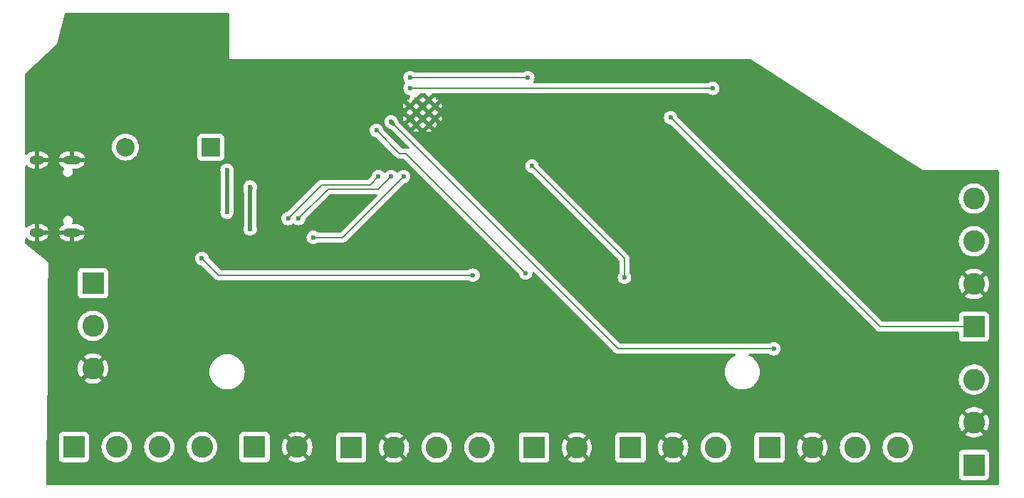
<source format=gbr>
%TF.GenerationSoftware,KiCad,Pcbnew,8.0.0*%
%TF.CreationDate,2024-03-06T11:07:10-06:00*%
%TF.ProjectId,ESP32-S3 Weather Station V2,45535033-322d-4533-9320-576561746865,rev?*%
%TF.SameCoordinates,Original*%
%TF.FileFunction,Copper,L2,Bot*%
%TF.FilePolarity,Positive*%
%FSLAX46Y46*%
G04 Gerber Fmt 4.6, Leading zero omitted, Abs format (unit mm)*
G04 Created by KiCad (PCBNEW 8.0.0) date 2024-03-06 11:07:10*
%MOMM*%
%LPD*%
G01*
G04 APERTURE LIST*
%TA.AperFunction,ComponentPad*%
%ADD10R,2.600000X2.600000*%
%TD*%
%TA.AperFunction,ComponentPad*%
%ADD11C,2.600000*%
%TD*%
%TA.AperFunction,ComponentPad*%
%ADD12C,0.600000*%
%TD*%
%TA.AperFunction,ComponentPad*%
%ADD13R,2.200000X2.200000*%
%TD*%
%TA.AperFunction,ComponentPad*%
%ADD14O,2.200000X2.200000*%
%TD*%
%TA.AperFunction,ComponentPad*%
%ADD15O,2.100000X1.000000*%
%TD*%
%TA.AperFunction,ComponentPad*%
%ADD16O,1.800000X1.000000*%
%TD*%
%TA.AperFunction,ViaPad*%
%ADD17C,0.600000*%
%TD*%
%TA.AperFunction,Conductor*%
%ADD18C,0.500000*%
%TD*%
%TA.AperFunction,Conductor*%
%ADD19C,0.200000*%
%TD*%
G04 APERTURE END LIST*
D10*
%TO.P,J8,1,Pin_1*%
%TO.N,VCC_3V3*%
X214055000Y-88620000D03*
D11*
%TO.P,J8,2,Pin_2*%
%TO.N,GND*%
X214055000Y-83540000D03*
%TO.P,J8,3,Pin_3*%
%TO.N,SDA*%
X214055000Y-78460000D03*
%TO.P,J8,4,Pin_4*%
%TO.N,SCL*%
X214055000Y-73380000D03*
%TD*%
D10*
%TO.P,J5,1,Pin_1*%
%TO.N,VCC_5V*%
X140010000Y-103000000D03*
D11*
%TO.P,J5,2,Pin_2*%
%TO.N,GND*%
X145090000Y-103000000D03*
%TO.P,J5,3,Pin_3*%
%TO.N,SCL*%
X150170000Y-103000000D03*
%TO.P,J5,4,Pin_4*%
%TO.N,SDA*%
X155250000Y-103000000D03*
%TD*%
D10*
%TO.P,J4,1,Pin_1*%
%TO.N,VCC_5V*%
X189750000Y-103000000D03*
D11*
%TO.P,J4,2,Pin_2*%
%TO.N,GND*%
X194830000Y-103000000D03*
%TO.P,J4,3,Pin_3*%
%TO.N,A2*%
X199910000Y-103000000D03*
%TO.P,J4,4,Pin_4*%
%TO.N,Net-(J4-Pin_4)*%
X204990000Y-103000000D03*
%TD*%
D12*
%TO.P,U2,41,GND*%
%TO.N,GND*%
X146990000Y-62360000D03*
X146990000Y-63860000D03*
X147740000Y-61610000D03*
X147740000Y-63110000D03*
X147740000Y-64610000D03*
X148490000Y-62360000D03*
X148490000Y-63860000D03*
X149240000Y-61610000D03*
X149240000Y-63110000D03*
X149240000Y-64610000D03*
X149990000Y-62360000D03*
X149990000Y-63860000D03*
%TD*%
D10*
%TO.P,J6,1,Pin_1*%
%TO.N,A0*%
X161752500Y-103000000D03*
D11*
%TO.P,J6,2,Pin_2*%
%TO.N,GND*%
X166832500Y-103000000D03*
%TD*%
D13*
%TO.P,D1,1,K*%
%TO.N,VCC_5V*%
X123330000Y-67250000D03*
D14*
%TO.P,D1,2,A*%
%TO.N,Net-(D1-A)*%
X113170000Y-67250000D03*
%TD*%
D10*
%TO.P,J2,1,Pin_1*%
%TO.N,RAIN*%
X128508750Y-102945000D03*
D11*
%TO.P,J2,2,Pin_2*%
%TO.N,GND*%
X133588750Y-102945000D03*
%TD*%
D10*
%TO.P,J11,1,Pin_1*%
%TO.N,VCC_3V3*%
X109300000Y-83440000D03*
D11*
%TO.P,J11,2,Pin_2*%
%TO.N,VCC_5V*%
X109300000Y-88520000D03*
%TO.P,J11,3,Pin_3*%
%TO.N,GND*%
X109300000Y-93600000D03*
%TD*%
D15*
%TO.P,J1,S1,SHIELD*%
%TO.N,GND*%
X106815000Y-68790000D03*
D16*
X102635000Y-68790000D03*
D15*
X106815000Y-77430000D03*
D16*
X102635000Y-77430000D03*
%TD*%
D10*
%TO.P,J7,1,Pin_1*%
%TO.N,VCC_5V*%
X173211250Y-103000000D03*
D11*
%TO.P,J7,2,Pin_2*%
%TO.N,GND*%
X178291250Y-103000000D03*
%TO.P,J7,3,Pin_3*%
%TO.N,A1*%
X183371250Y-103000000D03*
%TD*%
D10*
%TO.P,J3,1,Pin_1*%
%TO.N,GPIO10*%
X107040000Y-102940000D03*
D11*
%TO.P,J3,2,Pin_2*%
%TO.N,GPIO9*%
X112120000Y-102940000D03*
%TO.P,J3,3,Pin_3*%
%TO.N,GPIO8*%
X117200000Y-102940000D03*
%TO.P,J3,4,Pin_4*%
%TO.N,GPIO7*%
X122280000Y-102940000D03*
%TD*%
D10*
%TO.P,J10,1,Pin_1*%
%TO.N,VCC_5V*%
X214055000Y-105085000D03*
D11*
%TO.P,J10,2,Pin_2*%
%TO.N,GND*%
X214055000Y-100005000D03*
%TO.P,J10,3,Pin_3*%
%TO.N,A3*%
X214055000Y-94925000D03*
%TD*%
D17*
%TO.N,VCC_5V*%
X128000000Y-72000000D03*
X128000000Y-77000000D03*
%TO.N,VCC_3V3*%
X147000000Y-59000000D03*
X125250000Y-70000000D03*
X178000000Y-63750000D03*
X122250000Y-80500000D03*
X125250000Y-75000000D03*
X154500000Y-82500000D03*
X161000000Y-59000000D03*
%TO.N,CHIP_PU*%
X183000000Y-60250000D03*
X147000000Y-60250000D03*
%TO.N,RGB*%
X143000000Y-65250000D03*
X160750000Y-82250000D03*
%TO.N,RAIN*%
X146250000Y-70750000D03*
X135500000Y-78000000D03*
%TO.N,GPIO8*%
X143250000Y-70750000D03*
X132500000Y-75750000D03*
%TO.N,SDA*%
X172500000Y-82750000D03*
X161500000Y-69500000D03*
%TO.N,GPIO7*%
X133750000Y-75750000D03*
X144750000Y-70750000D03*
%TO.N,SPEED*%
X190250000Y-91250000D03*
X144750000Y-64250000D03*
%TO.N,GND*%
X106750000Y-85750000D03*
X146500000Y-57750000D03*
X116500000Y-70000000D03*
X174750000Y-78000000D03*
X135250000Y-76250000D03*
X201750000Y-89000000D03*
X161500000Y-72500000D03*
X187000000Y-61000000D03*
X175500000Y-86750000D03*
X155250000Y-57750000D03*
X151500000Y-57750000D03*
X136000000Y-69000000D03*
%TD*%
D18*
%TO.N,VCC_5V*%
X128000000Y-77000000D02*
X128000000Y-72000000D01*
D19*
%TO.N,VCC_3V3*%
X147000000Y-59000000D02*
X147250000Y-59000000D01*
D18*
X125250000Y-75000000D02*
X125250000Y-70000000D01*
D19*
X147250000Y-59000000D02*
X161000000Y-59000000D01*
X214055000Y-88620000D02*
X202870000Y-88620000D01*
X202870000Y-88620000D02*
X178000000Y-63750000D01*
X124250000Y-82500000D02*
X122250000Y-80500000D01*
X154500000Y-82500000D02*
X124250000Y-82500000D01*
%TO.N,CHIP_PU*%
X147000000Y-60250000D02*
X147250000Y-60250000D01*
X147000000Y-60250000D02*
X183000000Y-60250000D01*
%TO.N,RGB*%
X160750000Y-82250000D02*
X146500000Y-68000000D01*
X145750000Y-68000000D02*
X143000000Y-65250000D01*
X146500000Y-68000000D02*
X145750000Y-68000000D01*
%TO.N,RAIN*%
X135500000Y-78000000D02*
X139000000Y-78000000D01*
X139000000Y-78000000D02*
X146250000Y-70750000D01*
%TO.N,GPIO8*%
X132500000Y-75750000D02*
X136500000Y-71750000D01*
X142250000Y-71750000D02*
X143250000Y-70750000D01*
X136500000Y-71750000D02*
X142250000Y-71750000D01*
%TO.N,SDA*%
X161500000Y-69500000D02*
X172500000Y-80500000D01*
X172500000Y-80500000D02*
X172500000Y-82750000D01*
%TO.N,GPIO7*%
X143250000Y-72250000D02*
X144750000Y-70750000D01*
X137250000Y-72250000D02*
X143250000Y-72250000D01*
X133750000Y-75750000D02*
X137250000Y-72250000D01*
%TO.N,SPEED*%
X171750000Y-91250000D02*
X144750000Y-64250000D01*
X190250000Y-91250000D02*
X171750000Y-91250000D01*
%TD*%
%TA.AperFunction,Conductor*%
%TO.N,GND*%
G36*
X125443039Y-51269685D02*
G01*
X125488794Y-51322489D01*
X125500000Y-51374000D01*
X125500000Y-56750000D01*
X187463415Y-56750000D01*
X187530454Y-56769685D01*
X187530725Y-56769859D01*
X205958457Y-68680466D01*
X208000000Y-70000000D01*
X216876000Y-70000000D01*
X216943039Y-70019685D01*
X216988794Y-70072489D01*
X217000000Y-70124000D01*
X217000000Y-107376000D01*
X216980315Y-107443039D01*
X216927511Y-107488794D01*
X216876000Y-107500000D01*
X103875175Y-107500000D01*
X103808136Y-107480315D01*
X103762381Y-107427511D01*
X103751181Y-107374830D01*
X103760067Y-106432870D01*
X212254500Y-106432870D01*
X212254501Y-106432876D01*
X212260908Y-106492483D01*
X212311202Y-106627328D01*
X212311206Y-106627335D01*
X212397452Y-106742544D01*
X212397455Y-106742547D01*
X212512664Y-106828793D01*
X212512671Y-106828797D01*
X212647517Y-106879091D01*
X212647516Y-106879091D01*
X212654444Y-106879835D01*
X212707127Y-106885500D01*
X215402872Y-106885499D01*
X215462483Y-106879091D01*
X215597331Y-106828796D01*
X215712546Y-106742546D01*
X215798796Y-106627331D01*
X215849091Y-106492483D01*
X215855500Y-106432873D01*
X215855499Y-103737128D01*
X215849091Y-103677517D01*
X215829511Y-103625021D01*
X215798797Y-103542671D01*
X215798793Y-103542664D01*
X215712547Y-103427455D01*
X215712544Y-103427452D01*
X215597335Y-103341206D01*
X215597328Y-103341202D01*
X215462482Y-103290908D01*
X215462483Y-103290908D01*
X215402883Y-103284501D01*
X215402881Y-103284500D01*
X215402873Y-103284500D01*
X215402864Y-103284500D01*
X212707129Y-103284500D01*
X212707123Y-103284501D01*
X212647516Y-103290908D01*
X212512671Y-103341202D01*
X212512664Y-103341206D01*
X212397455Y-103427452D01*
X212397452Y-103427455D01*
X212311206Y-103542664D01*
X212311202Y-103542671D01*
X212260908Y-103677517D01*
X212255462Y-103728181D01*
X212254501Y-103737123D01*
X212254500Y-103737135D01*
X212254500Y-106432870D01*
X103760067Y-106432870D01*
X103780303Y-104287870D01*
X105239500Y-104287870D01*
X105239501Y-104287876D01*
X105245908Y-104347483D01*
X105296202Y-104482328D01*
X105296206Y-104482335D01*
X105382452Y-104597544D01*
X105382455Y-104597547D01*
X105497664Y-104683793D01*
X105497671Y-104683797D01*
X105632517Y-104734091D01*
X105632516Y-104734091D01*
X105639444Y-104734835D01*
X105692127Y-104740500D01*
X108387872Y-104740499D01*
X108447483Y-104734091D01*
X108582331Y-104683796D01*
X108697546Y-104597546D01*
X108783796Y-104482331D01*
X108834091Y-104347483D01*
X108840500Y-104287873D01*
X108840500Y-102940004D01*
X110314451Y-102940004D01*
X110334616Y-103209101D01*
X110394664Y-103472188D01*
X110394666Y-103472195D01*
X110493256Y-103723396D01*
X110493258Y-103723400D01*
X110501188Y-103737135D01*
X110628185Y-103957102D01*
X110729503Y-104084150D01*
X110796442Y-104168089D01*
X110930939Y-104292883D01*
X110994259Y-104351635D01*
X111217226Y-104503651D01*
X111217229Y-104503652D01*
X111217230Y-104503653D01*
X111226716Y-104508221D01*
X111460359Y-104620738D01*
X111718228Y-104700280D01*
X111718229Y-104700280D01*
X111718232Y-104700281D01*
X111985063Y-104740499D01*
X111985068Y-104740499D01*
X111985071Y-104740500D01*
X111985072Y-104740500D01*
X112254928Y-104740500D01*
X112254929Y-104740500D01*
X112254936Y-104740499D01*
X112521767Y-104700281D01*
X112521768Y-104700280D01*
X112521772Y-104700280D01*
X112779641Y-104620738D01*
X112971765Y-104528216D01*
X113022767Y-104503655D01*
X113022767Y-104503654D01*
X113022775Y-104503651D01*
X113245741Y-104351635D01*
X113443561Y-104168085D01*
X113611815Y-103957102D01*
X113746743Y-103723398D01*
X113845334Y-103472195D01*
X113905383Y-103209103D01*
X113920377Y-103009019D01*
X113925549Y-102940004D01*
X115394451Y-102940004D01*
X115414616Y-103209101D01*
X115474664Y-103472188D01*
X115474666Y-103472195D01*
X115573256Y-103723396D01*
X115573258Y-103723400D01*
X115581188Y-103737135D01*
X115708185Y-103957102D01*
X115809503Y-104084150D01*
X115876442Y-104168089D01*
X116010939Y-104292883D01*
X116074259Y-104351635D01*
X116297226Y-104503651D01*
X116297229Y-104503652D01*
X116297230Y-104503653D01*
X116306716Y-104508221D01*
X116540359Y-104620738D01*
X116798228Y-104700280D01*
X116798229Y-104700280D01*
X116798232Y-104700281D01*
X117065063Y-104740499D01*
X117065068Y-104740499D01*
X117065071Y-104740500D01*
X117065072Y-104740500D01*
X117334928Y-104740500D01*
X117334929Y-104740500D01*
X117334936Y-104740499D01*
X117601767Y-104700281D01*
X117601768Y-104700280D01*
X117601772Y-104700280D01*
X117859641Y-104620738D01*
X118051765Y-104528216D01*
X118102767Y-104503655D01*
X118102767Y-104503654D01*
X118102775Y-104503651D01*
X118325741Y-104351635D01*
X118523561Y-104168085D01*
X118691815Y-103957102D01*
X118826743Y-103723398D01*
X118925334Y-103472195D01*
X118985383Y-103209103D01*
X119000377Y-103009019D01*
X119005549Y-102940004D01*
X120474451Y-102940004D01*
X120494616Y-103209101D01*
X120554664Y-103472188D01*
X120554666Y-103472195D01*
X120653256Y-103723396D01*
X120653258Y-103723400D01*
X120661188Y-103737135D01*
X120788185Y-103957102D01*
X120889503Y-104084150D01*
X120956442Y-104168089D01*
X121090939Y-104292883D01*
X121154259Y-104351635D01*
X121377226Y-104503651D01*
X121377229Y-104503652D01*
X121377230Y-104503653D01*
X121386716Y-104508221D01*
X121620359Y-104620738D01*
X121878228Y-104700280D01*
X121878229Y-104700280D01*
X121878232Y-104700281D01*
X122145063Y-104740499D01*
X122145068Y-104740499D01*
X122145071Y-104740500D01*
X122145072Y-104740500D01*
X122414928Y-104740500D01*
X122414929Y-104740500D01*
X122414936Y-104740499D01*
X122681767Y-104700281D01*
X122681768Y-104700280D01*
X122681772Y-104700280D01*
X122939641Y-104620738D01*
X123131765Y-104528216D01*
X123182767Y-104503655D01*
X123182767Y-104503654D01*
X123182775Y-104503651D01*
X123405741Y-104351635D01*
X123469075Y-104292870D01*
X126708250Y-104292870D01*
X126708251Y-104292876D01*
X126714658Y-104352483D01*
X126764952Y-104487328D01*
X126764956Y-104487335D01*
X126851202Y-104602544D01*
X126851205Y-104602547D01*
X126966414Y-104688793D01*
X126966421Y-104688797D01*
X127101267Y-104739091D01*
X127101266Y-104739091D01*
X127108194Y-104739835D01*
X127160877Y-104745500D01*
X129856622Y-104745499D01*
X129916233Y-104739091D01*
X130051081Y-104688796D01*
X130166296Y-104602546D01*
X130252546Y-104487331D01*
X130302841Y-104352483D01*
X130309250Y-104292873D01*
X130309250Y-102945004D01*
X131783703Y-102945004D01*
X131803863Y-103214026D01*
X131803863Y-103214028D01*
X131863892Y-103477033D01*
X131863898Y-103477052D01*
X131962459Y-103728181D01*
X131962458Y-103728181D01*
X132097352Y-103961822D01*
X132151044Y-104029151D01*
X132151045Y-104029151D01*
X132987708Y-103192488D01*
X133012728Y-103252890D01*
X133083862Y-103359351D01*
X133174399Y-103449888D01*
X133280860Y-103521022D01*
X133341260Y-103546041D01*
X132503598Y-104383702D01*
X132686233Y-104508220D01*
X132686235Y-104508221D01*
X132929289Y-104625269D01*
X132929287Y-104625269D01*
X133187087Y-104704790D01*
X133187093Y-104704792D01*
X133453851Y-104744999D01*
X133453860Y-104745000D01*
X133723640Y-104745000D01*
X133723648Y-104744999D01*
X133990406Y-104704792D01*
X133990412Y-104704790D01*
X134248211Y-104625269D01*
X134491271Y-104508218D01*
X134673900Y-104383702D01*
X134638068Y-104347870D01*
X138209500Y-104347870D01*
X138209501Y-104347876D01*
X138215908Y-104407483D01*
X138266202Y-104542328D01*
X138266206Y-104542335D01*
X138352452Y-104657544D01*
X138352455Y-104657547D01*
X138467664Y-104743793D01*
X138467671Y-104743797D01*
X138602517Y-104794091D01*
X138602516Y-104794091D01*
X138609444Y-104794835D01*
X138662127Y-104800500D01*
X141357872Y-104800499D01*
X141417483Y-104794091D01*
X141552331Y-104743796D01*
X141667546Y-104657546D01*
X141753796Y-104542331D01*
X141804091Y-104407483D01*
X141810500Y-104347873D01*
X141810500Y-103000004D01*
X143284953Y-103000004D01*
X143305113Y-103269026D01*
X143305113Y-103269028D01*
X143365142Y-103532033D01*
X143365148Y-103532052D01*
X143463709Y-103783181D01*
X143463708Y-103783181D01*
X143598602Y-104016822D01*
X143652294Y-104084151D01*
X144488957Y-103247487D01*
X144513978Y-103307890D01*
X144585112Y-103414351D01*
X144675649Y-103504888D01*
X144782110Y-103576022D01*
X144842510Y-103601041D01*
X144004848Y-104438702D01*
X144187483Y-104563220D01*
X144187485Y-104563221D01*
X144430539Y-104680269D01*
X144430537Y-104680269D01*
X144688337Y-104759790D01*
X144688343Y-104759792D01*
X144955101Y-104799999D01*
X144955110Y-104800000D01*
X145224890Y-104800000D01*
X145224898Y-104799999D01*
X145491656Y-104759792D01*
X145491662Y-104759790D01*
X145749461Y-104680269D01*
X145992521Y-104563218D01*
X146175150Y-104438702D01*
X145337488Y-103601041D01*
X145397890Y-103576022D01*
X145504351Y-103504888D01*
X145594888Y-103414351D01*
X145666022Y-103307890D01*
X145691041Y-103247488D01*
X146527703Y-104084151D01*
X146527704Y-104084150D01*
X146581393Y-104016828D01*
X146581400Y-104016817D01*
X146716290Y-103783181D01*
X146814851Y-103532052D01*
X146814857Y-103532033D01*
X146874886Y-103269028D01*
X146874886Y-103269026D01*
X146895047Y-103000004D01*
X148364451Y-103000004D01*
X148384616Y-103269101D01*
X148444664Y-103532188D01*
X148444666Y-103532195D01*
X148525097Y-103737129D01*
X148543257Y-103783398D01*
X148678185Y-104017102D01*
X148731655Y-104084151D01*
X148846442Y-104228089D01*
X148979593Y-104351634D01*
X149044259Y-104411635D01*
X149267226Y-104563651D01*
X149510359Y-104680738D01*
X149768228Y-104760280D01*
X149768229Y-104760280D01*
X149768232Y-104760281D01*
X150035063Y-104800499D01*
X150035068Y-104800499D01*
X150035071Y-104800500D01*
X150035072Y-104800500D01*
X150304928Y-104800500D01*
X150304929Y-104800500D01*
X150304936Y-104800499D01*
X150571767Y-104760281D01*
X150571768Y-104760280D01*
X150571772Y-104760280D01*
X150829641Y-104680738D01*
X151072775Y-104563651D01*
X151295741Y-104411635D01*
X151493561Y-104228085D01*
X151661815Y-104017102D01*
X151796743Y-103783398D01*
X151895334Y-103532195D01*
X151955383Y-103269103D01*
X151975549Y-103000004D01*
X153444451Y-103000004D01*
X153464616Y-103269101D01*
X153524664Y-103532188D01*
X153524666Y-103532195D01*
X153605097Y-103737129D01*
X153623257Y-103783398D01*
X153758185Y-104017102D01*
X153811655Y-104084151D01*
X153926442Y-104228089D01*
X154059593Y-104351634D01*
X154124259Y-104411635D01*
X154347226Y-104563651D01*
X154590359Y-104680738D01*
X154848228Y-104760280D01*
X154848229Y-104760280D01*
X154848232Y-104760281D01*
X155115063Y-104800499D01*
X155115068Y-104800499D01*
X155115071Y-104800500D01*
X155115072Y-104800500D01*
X155384928Y-104800500D01*
X155384929Y-104800500D01*
X155384936Y-104800499D01*
X155651767Y-104760281D01*
X155651768Y-104760280D01*
X155651772Y-104760280D01*
X155909641Y-104680738D01*
X156152775Y-104563651D01*
X156375741Y-104411635D01*
X156444463Y-104347870D01*
X159952000Y-104347870D01*
X159952001Y-104347876D01*
X159958408Y-104407483D01*
X160008702Y-104542328D01*
X160008706Y-104542335D01*
X160094952Y-104657544D01*
X160094955Y-104657547D01*
X160210164Y-104743793D01*
X160210171Y-104743797D01*
X160345017Y-104794091D01*
X160345016Y-104794091D01*
X160351944Y-104794835D01*
X160404627Y-104800500D01*
X163100372Y-104800499D01*
X163159983Y-104794091D01*
X163294831Y-104743796D01*
X163410046Y-104657546D01*
X163496296Y-104542331D01*
X163546591Y-104407483D01*
X163553000Y-104347873D01*
X163553000Y-103000004D01*
X165027453Y-103000004D01*
X165047613Y-103269026D01*
X165047613Y-103269028D01*
X165107642Y-103532033D01*
X165107648Y-103532052D01*
X165206209Y-103783181D01*
X165206208Y-103783181D01*
X165341102Y-104016822D01*
X165394794Y-104084151D01*
X165394795Y-104084151D01*
X166231458Y-103247488D01*
X166256478Y-103307890D01*
X166327612Y-103414351D01*
X166418149Y-103504888D01*
X166524610Y-103576022D01*
X166585010Y-103601041D01*
X165747348Y-104438702D01*
X165929983Y-104563220D01*
X165929985Y-104563221D01*
X166173039Y-104680269D01*
X166173037Y-104680269D01*
X166430837Y-104759790D01*
X166430843Y-104759792D01*
X166697601Y-104799999D01*
X166697610Y-104800000D01*
X166967390Y-104800000D01*
X166967398Y-104799999D01*
X167234156Y-104759792D01*
X167234162Y-104759790D01*
X167491961Y-104680269D01*
X167735021Y-104563218D01*
X167917650Y-104438702D01*
X167826818Y-104347870D01*
X171410750Y-104347870D01*
X171410751Y-104347876D01*
X171417158Y-104407483D01*
X171467452Y-104542328D01*
X171467456Y-104542335D01*
X171553702Y-104657544D01*
X171553705Y-104657547D01*
X171668914Y-104743793D01*
X171668921Y-104743797D01*
X171803767Y-104794091D01*
X171803766Y-104794091D01*
X171810694Y-104794835D01*
X171863377Y-104800500D01*
X174559122Y-104800499D01*
X174618733Y-104794091D01*
X174753581Y-104743796D01*
X174868796Y-104657546D01*
X174955046Y-104542331D01*
X175005341Y-104407483D01*
X175011750Y-104347873D01*
X175011750Y-103000004D01*
X176486203Y-103000004D01*
X176506363Y-103269026D01*
X176506363Y-103269028D01*
X176566392Y-103532033D01*
X176566398Y-103532052D01*
X176664959Y-103783181D01*
X176664958Y-103783181D01*
X176799852Y-104016822D01*
X176853544Y-104084151D01*
X176853545Y-104084151D01*
X177690208Y-103247488D01*
X177715228Y-103307890D01*
X177786362Y-103414351D01*
X177876899Y-103504888D01*
X177983360Y-103576022D01*
X178043760Y-103601041D01*
X177206098Y-104438702D01*
X177388733Y-104563220D01*
X177388735Y-104563221D01*
X177631789Y-104680269D01*
X177631787Y-104680269D01*
X177889587Y-104759790D01*
X177889593Y-104759792D01*
X178156351Y-104799999D01*
X178156360Y-104800000D01*
X178426140Y-104800000D01*
X178426148Y-104799999D01*
X178692906Y-104759792D01*
X178692912Y-104759790D01*
X178950711Y-104680269D01*
X179193771Y-104563218D01*
X179376400Y-104438702D01*
X178538738Y-103601041D01*
X178599140Y-103576022D01*
X178705601Y-103504888D01*
X178796138Y-103414351D01*
X178867272Y-103307890D01*
X178892291Y-103247488D01*
X179728953Y-104084151D01*
X179728954Y-104084150D01*
X179782643Y-104016828D01*
X179782650Y-104016817D01*
X179917540Y-103783181D01*
X180016101Y-103532052D01*
X180016107Y-103532033D01*
X180076136Y-103269028D01*
X180076136Y-103269026D01*
X180096297Y-103000004D01*
X181565701Y-103000004D01*
X181585866Y-103269101D01*
X181645914Y-103532188D01*
X181645916Y-103532195D01*
X181726347Y-103737129D01*
X181744507Y-103783398D01*
X181879435Y-104017102D01*
X181932905Y-104084151D01*
X182047692Y-104228089D01*
X182180843Y-104351634D01*
X182245509Y-104411635D01*
X182468476Y-104563651D01*
X182711609Y-104680738D01*
X182969478Y-104760280D01*
X182969479Y-104760280D01*
X182969482Y-104760281D01*
X183236313Y-104800499D01*
X183236318Y-104800499D01*
X183236321Y-104800500D01*
X183236322Y-104800500D01*
X183506178Y-104800500D01*
X183506179Y-104800500D01*
X183506186Y-104800499D01*
X183773017Y-104760281D01*
X183773018Y-104760280D01*
X183773022Y-104760280D01*
X184030891Y-104680738D01*
X184274025Y-104563651D01*
X184496991Y-104411635D01*
X184565713Y-104347870D01*
X187949500Y-104347870D01*
X187949501Y-104347876D01*
X187955908Y-104407483D01*
X188006202Y-104542328D01*
X188006206Y-104542335D01*
X188092452Y-104657544D01*
X188092455Y-104657547D01*
X188207664Y-104743793D01*
X188207671Y-104743797D01*
X188342517Y-104794091D01*
X188342516Y-104794091D01*
X188349444Y-104794835D01*
X188402127Y-104800500D01*
X191097872Y-104800499D01*
X191157483Y-104794091D01*
X191292331Y-104743796D01*
X191407546Y-104657546D01*
X191493796Y-104542331D01*
X191544091Y-104407483D01*
X191550500Y-104347873D01*
X191550500Y-103000004D01*
X193024953Y-103000004D01*
X193045113Y-103269026D01*
X193045113Y-103269028D01*
X193105142Y-103532033D01*
X193105148Y-103532052D01*
X193203709Y-103783181D01*
X193203708Y-103783181D01*
X193338602Y-104016822D01*
X193392294Y-104084151D01*
X194228957Y-103247487D01*
X194253978Y-103307890D01*
X194325112Y-103414351D01*
X194415649Y-103504888D01*
X194522110Y-103576022D01*
X194582510Y-103601041D01*
X193744848Y-104438702D01*
X193927483Y-104563220D01*
X193927485Y-104563221D01*
X194170539Y-104680269D01*
X194170537Y-104680269D01*
X194428337Y-104759790D01*
X194428343Y-104759792D01*
X194695101Y-104799999D01*
X194695110Y-104800000D01*
X194964890Y-104800000D01*
X194964898Y-104799999D01*
X195231656Y-104759792D01*
X195231662Y-104759790D01*
X195489461Y-104680269D01*
X195732521Y-104563218D01*
X195915150Y-104438702D01*
X195077488Y-103601041D01*
X195137890Y-103576022D01*
X195244351Y-103504888D01*
X195334888Y-103414351D01*
X195406022Y-103307890D01*
X195431041Y-103247488D01*
X196267703Y-104084151D01*
X196267704Y-104084150D01*
X196321393Y-104016828D01*
X196321400Y-104016817D01*
X196456290Y-103783181D01*
X196554851Y-103532052D01*
X196554857Y-103532033D01*
X196614886Y-103269028D01*
X196614886Y-103269026D01*
X196635047Y-103000004D01*
X198104451Y-103000004D01*
X198124616Y-103269101D01*
X198184664Y-103532188D01*
X198184666Y-103532195D01*
X198265097Y-103737129D01*
X198283257Y-103783398D01*
X198418185Y-104017102D01*
X198471655Y-104084151D01*
X198586442Y-104228089D01*
X198719593Y-104351634D01*
X198784259Y-104411635D01*
X199007226Y-104563651D01*
X199250359Y-104680738D01*
X199508228Y-104760280D01*
X199508229Y-104760280D01*
X199508232Y-104760281D01*
X199775063Y-104800499D01*
X199775068Y-104800499D01*
X199775071Y-104800500D01*
X199775072Y-104800500D01*
X200044928Y-104800500D01*
X200044929Y-104800500D01*
X200044936Y-104800499D01*
X200311767Y-104760281D01*
X200311768Y-104760280D01*
X200311772Y-104760280D01*
X200569641Y-104680738D01*
X200812775Y-104563651D01*
X201035741Y-104411635D01*
X201233561Y-104228085D01*
X201401815Y-104017102D01*
X201536743Y-103783398D01*
X201635334Y-103532195D01*
X201695383Y-103269103D01*
X201715549Y-103000004D01*
X203184451Y-103000004D01*
X203204616Y-103269101D01*
X203264664Y-103532188D01*
X203264666Y-103532195D01*
X203345097Y-103737129D01*
X203363257Y-103783398D01*
X203498185Y-104017102D01*
X203551655Y-104084151D01*
X203666442Y-104228089D01*
X203799593Y-104351634D01*
X203864259Y-104411635D01*
X204087226Y-104563651D01*
X204330359Y-104680738D01*
X204588228Y-104760280D01*
X204588229Y-104760280D01*
X204588232Y-104760281D01*
X204855063Y-104800499D01*
X204855068Y-104800499D01*
X204855071Y-104800500D01*
X204855072Y-104800500D01*
X205124928Y-104800500D01*
X205124929Y-104800500D01*
X205124936Y-104800499D01*
X205391767Y-104760281D01*
X205391768Y-104760280D01*
X205391772Y-104760280D01*
X205649641Y-104680738D01*
X205892775Y-104563651D01*
X206115741Y-104411635D01*
X206313561Y-104228085D01*
X206481815Y-104017102D01*
X206616743Y-103783398D01*
X206715334Y-103532195D01*
X206775383Y-103269103D01*
X206795549Y-103000000D01*
X206791427Y-102945000D01*
X206775389Y-102730973D01*
X206775383Y-102730897D01*
X206715334Y-102467805D01*
X206616743Y-102216602D01*
X206481815Y-101982898D01*
X206313561Y-101771915D01*
X206313560Y-101771914D01*
X206313557Y-101771910D01*
X206115741Y-101588365D01*
X206076038Y-101561296D01*
X205892775Y-101436349D01*
X205892769Y-101436346D01*
X205892768Y-101436345D01*
X205892767Y-101436344D01*
X205649643Y-101319263D01*
X205649645Y-101319263D01*
X205391773Y-101239720D01*
X205391767Y-101239718D01*
X205124936Y-101199500D01*
X205124929Y-101199500D01*
X204855071Y-101199500D01*
X204855063Y-101199500D01*
X204588232Y-101239718D01*
X204588226Y-101239720D01*
X204330358Y-101319262D01*
X204087230Y-101436346D01*
X203864258Y-101588365D01*
X203666442Y-101771910D01*
X203498185Y-101982898D01*
X203363258Y-102216599D01*
X203363256Y-102216603D01*
X203264666Y-102467804D01*
X203264664Y-102467811D01*
X203204616Y-102730898D01*
X203184451Y-102999995D01*
X203184451Y-103000004D01*
X201715549Y-103000004D01*
X201715549Y-103000000D01*
X201711427Y-102945000D01*
X201695389Y-102730973D01*
X201695383Y-102730897D01*
X201635334Y-102467805D01*
X201536743Y-102216602D01*
X201401815Y-101982898D01*
X201233561Y-101771915D01*
X201233560Y-101771914D01*
X201233557Y-101771910D01*
X201035741Y-101588365D01*
X200996038Y-101561296D01*
X200812775Y-101436349D01*
X200812769Y-101436346D01*
X200812768Y-101436345D01*
X200812767Y-101436344D01*
X200569643Y-101319263D01*
X200569645Y-101319263D01*
X200311773Y-101239720D01*
X200311767Y-101239718D01*
X200044936Y-101199500D01*
X200044929Y-101199500D01*
X199775071Y-101199500D01*
X199775063Y-101199500D01*
X199508232Y-101239718D01*
X199508226Y-101239720D01*
X199250358Y-101319262D01*
X199007230Y-101436346D01*
X198784258Y-101588365D01*
X198586442Y-101771910D01*
X198418185Y-101982898D01*
X198283258Y-102216599D01*
X198283256Y-102216603D01*
X198184666Y-102467804D01*
X198184664Y-102467811D01*
X198124616Y-102730898D01*
X198104451Y-102999995D01*
X198104451Y-103000004D01*
X196635047Y-103000004D01*
X196635047Y-102999995D01*
X196614886Y-102730973D01*
X196614886Y-102730971D01*
X196554857Y-102467966D01*
X196554851Y-102467947D01*
X196456290Y-102216818D01*
X196456291Y-102216818D01*
X196321397Y-101983177D01*
X196267704Y-101915847D01*
X195431041Y-102752510D01*
X195406022Y-102692110D01*
X195334888Y-102585649D01*
X195244351Y-102495112D01*
X195137890Y-102423978D01*
X195077488Y-102398958D01*
X195915150Y-101561296D01*
X195732517Y-101436779D01*
X195732516Y-101436778D01*
X195489460Y-101319730D01*
X195489462Y-101319730D01*
X195231662Y-101240209D01*
X195231656Y-101240207D01*
X194964898Y-101200000D01*
X194695101Y-101200000D01*
X194428343Y-101240207D01*
X194428337Y-101240209D01*
X194170538Y-101319730D01*
X193927485Y-101436778D01*
X193927476Y-101436783D01*
X193744848Y-101561296D01*
X194582511Y-102398958D01*
X194522110Y-102423978D01*
X194415649Y-102495112D01*
X194325112Y-102585649D01*
X194253978Y-102692110D01*
X194228958Y-102752511D01*
X193392295Y-101915848D01*
X193338600Y-101983180D01*
X193203709Y-102216818D01*
X193105148Y-102467947D01*
X193105142Y-102467966D01*
X193045113Y-102730971D01*
X193045113Y-102730973D01*
X193024953Y-102999995D01*
X193024953Y-103000004D01*
X191550500Y-103000004D01*
X191550499Y-101652128D01*
X191544091Y-101592517D01*
X191543946Y-101592129D01*
X191493797Y-101457671D01*
X191493793Y-101457664D01*
X191407547Y-101342455D01*
X191407544Y-101342452D01*
X191292335Y-101256206D01*
X191292328Y-101256202D01*
X191157482Y-101205908D01*
X191157483Y-101205908D01*
X191097883Y-101199501D01*
X191097881Y-101199500D01*
X191097873Y-101199500D01*
X191097864Y-101199500D01*
X188402129Y-101199500D01*
X188402123Y-101199501D01*
X188342516Y-101205908D01*
X188207671Y-101256202D01*
X188207664Y-101256206D01*
X188092455Y-101342452D01*
X188092452Y-101342455D01*
X188006206Y-101457664D01*
X188006202Y-101457671D01*
X187955908Y-101592517D01*
X187955412Y-101597135D01*
X187949501Y-101652123D01*
X187949500Y-101652135D01*
X187949500Y-104347870D01*
X184565713Y-104347870D01*
X184694811Y-104228085D01*
X184863065Y-104017102D01*
X184997993Y-103783398D01*
X185096584Y-103532195D01*
X185156633Y-103269103D01*
X185176799Y-103000000D01*
X185172677Y-102945000D01*
X185156639Y-102730973D01*
X185156633Y-102730897D01*
X185096584Y-102467805D01*
X184997993Y-102216602D01*
X184863065Y-101982898D01*
X184694811Y-101771915D01*
X184694810Y-101771914D01*
X184694807Y-101771910D01*
X184496991Y-101588365D01*
X184457288Y-101561296D01*
X184274025Y-101436349D01*
X184274019Y-101436346D01*
X184274018Y-101436345D01*
X184274017Y-101436344D01*
X184030893Y-101319263D01*
X184030895Y-101319263D01*
X183773023Y-101239720D01*
X183773017Y-101239718D01*
X183506186Y-101199500D01*
X183506179Y-101199500D01*
X183236321Y-101199500D01*
X183236313Y-101199500D01*
X182969482Y-101239718D01*
X182969476Y-101239720D01*
X182711608Y-101319262D01*
X182468480Y-101436346D01*
X182245508Y-101588365D01*
X182047692Y-101771910D01*
X181879435Y-101982898D01*
X181744508Y-102216599D01*
X181744506Y-102216603D01*
X181645916Y-102467804D01*
X181645914Y-102467811D01*
X181585866Y-102730898D01*
X181565701Y-102999995D01*
X181565701Y-103000004D01*
X180096297Y-103000004D01*
X180096297Y-102999995D01*
X180076136Y-102730973D01*
X180076136Y-102730971D01*
X180016107Y-102467966D01*
X180016101Y-102467947D01*
X179917540Y-102216818D01*
X179917541Y-102216818D01*
X179782647Y-101983177D01*
X179728954Y-101915847D01*
X178892291Y-102752510D01*
X178867272Y-102692110D01*
X178796138Y-102585649D01*
X178705601Y-102495112D01*
X178599140Y-102423978D01*
X178538738Y-102398958D01*
X179376400Y-101561296D01*
X179193767Y-101436779D01*
X179193766Y-101436778D01*
X178950710Y-101319730D01*
X178950712Y-101319730D01*
X178692912Y-101240209D01*
X178692906Y-101240207D01*
X178426148Y-101200000D01*
X178156351Y-101200000D01*
X177889593Y-101240207D01*
X177889587Y-101240209D01*
X177631788Y-101319730D01*
X177388735Y-101436778D01*
X177388726Y-101436783D01*
X177206098Y-101561296D01*
X178043761Y-102398958D01*
X177983360Y-102423978D01*
X177876899Y-102495112D01*
X177786362Y-102585649D01*
X177715228Y-102692110D01*
X177690208Y-102752511D01*
X176853545Y-101915848D01*
X176799850Y-101983180D01*
X176664959Y-102216818D01*
X176566398Y-102467947D01*
X176566392Y-102467966D01*
X176506363Y-102730971D01*
X176506363Y-102730973D01*
X176486203Y-102999995D01*
X176486203Y-103000004D01*
X175011750Y-103000004D01*
X175011749Y-101652128D01*
X175005341Y-101592517D01*
X175005196Y-101592129D01*
X174955047Y-101457671D01*
X174955043Y-101457664D01*
X174868797Y-101342455D01*
X174868794Y-101342452D01*
X174753585Y-101256206D01*
X174753578Y-101256202D01*
X174618732Y-101205908D01*
X174618733Y-101205908D01*
X174559133Y-101199501D01*
X174559131Y-101199500D01*
X174559123Y-101199500D01*
X174559114Y-101199500D01*
X171863379Y-101199500D01*
X171863373Y-101199501D01*
X171803766Y-101205908D01*
X171668921Y-101256202D01*
X171668914Y-101256206D01*
X171553705Y-101342452D01*
X171553702Y-101342455D01*
X171467456Y-101457664D01*
X171467452Y-101457671D01*
X171417158Y-101592517D01*
X171416662Y-101597135D01*
X171410751Y-101652123D01*
X171410750Y-101652135D01*
X171410750Y-104347870D01*
X167826818Y-104347870D01*
X167079988Y-103601041D01*
X167140390Y-103576022D01*
X167246851Y-103504888D01*
X167337388Y-103414351D01*
X167408522Y-103307890D01*
X167433541Y-103247488D01*
X168270203Y-104084151D01*
X168270204Y-104084150D01*
X168323893Y-104016828D01*
X168323900Y-104016817D01*
X168458790Y-103783181D01*
X168557351Y-103532052D01*
X168557357Y-103532033D01*
X168617386Y-103269028D01*
X168617386Y-103269026D01*
X168637547Y-103000004D01*
X168637547Y-102999995D01*
X168617386Y-102730973D01*
X168617386Y-102730971D01*
X168557357Y-102467966D01*
X168557351Y-102467947D01*
X168458790Y-102216818D01*
X168458791Y-102216818D01*
X168323897Y-101983177D01*
X168270204Y-101915847D01*
X167433541Y-102752510D01*
X167408522Y-102692110D01*
X167337388Y-102585649D01*
X167246851Y-102495112D01*
X167140390Y-102423978D01*
X167079988Y-102398958D01*
X167917650Y-101561296D01*
X167735017Y-101436779D01*
X167735016Y-101436778D01*
X167491960Y-101319730D01*
X167491962Y-101319730D01*
X167234162Y-101240209D01*
X167234156Y-101240207D01*
X166967398Y-101200000D01*
X166697601Y-101200000D01*
X166430843Y-101240207D01*
X166430837Y-101240209D01*
X166173038Y-101319730D01*
X165929985Y-101436778D01*
X165929976Y-101436783D01*
X165747348Y-101561296D01*
X166585011Y-102398958D01*
X166524610Y-102423978D01*
X166418149Y-102495112D01*
X166327612Y-102585649D01*
X166256478Y-102692110D01*
X166231458Y-102752511D01*
X165394795Y-101915848D01*
X165341100Y-101983180D01*
X165206209Y-102216818D01*
X165107648Y-102467947D01*
X165107642Y-102467966D01*
X165047613Y-102730971D01*
X165047613Y-102730973D01*
X165027453Y-102999995D01*
X165027453Y-103000004D01*
X163553000Y-103000004D01*
X163552999Y-101652128D01*
X163546591Y-101592517D01*
X163546446Y-101592129D01*
X163496297Y-101457671D01*
X163496293Y-101457664D01*
X163410047Y-101342455D01*
X163410044Y-101342452D01*
X163294835Y-101256206D01*
X163294828Y-101256202D01*
X163159982Y-101205908D01*
X163159983Y-101205908D01*
X163100383Y-101199501D01*
X163100381Y-101199500D01*
X163100373Y-101199500D01*
X163100364Y-101199500D01*
X160404629Y-101199500D01*
X160404623Y-101199501D01*
X160345016Y-101205908D01*
X160210171Y-101256202D01*
X160210164Y-101256206D01*
X160094955Y-101342452D01*
X160094952Y-101342455D01*
X160008706Y-101457664D01*
X160008702Y-101457671D01*
X159958408Y-101592517D01*
X159957912Y-101597135D01*
X159952001Y-101652123D01*
X159952000Y-101652135D01*
X159952000Y-104347870D01*
X156444463Y-104347870D01*
X156573561Y-104228085D01*
X156741815Y-104017102D01*
X156876743Y-103783398D01*
X156975334Y-103532195D01*
X157035383Y-103269103D01*
X157055549Y-103000000D01*
X157051427Y-102945000D01*
X157035389Y-102730973D01*
X157035383Y-102730897D01*
X156975334Y-102467805D01*
X156876743Y-102216602D01*
X156741815Y-101982898D01*
X156573561Y-101771915D01*
X156573560Y-101771914D01*
X156573557Y-101771910D01*
X156375741Y-101588365D01*
X156336038Y-101561296D01*
X156152775Y-101436349D01*
X156152769Y-101436346D01*
X156152768Y-101436345D01*
X156152767Y-101436344D01*
X155909643Y-101319263D01*
X155909645Y-101319263D01*
X155651773Y-101239720D01*
X155651767Y-101239718D01*
X155384936Y-101199500D01*
X155384929Y-101199500D01*
X155115071Y-101199500D01*
X155115063Y-101199500D01*
X154848232Y-101239718D01*
X154848226Y-101239720D01*
X154590358Y-101319262D01*
X154347230Y-101436346D01*
X154124258Y-101588365D01*
X153926442Y-101771910D01*
X153758185Y-101982898D01*
X153623258Y-102216599D01*
X153623256Y-102216603D01*
X153524666Y-102467804D01*
X153524664Y-102467811D01*
X153464616Y-102730898D01*
X153444451Y-102999995D01*
X153444451Y-103000004D01*
X151975549Y-103000004D01*
X151975549Y-103000000D01*
X151971427Y-102945000D01*
X151955389Y-102730973D01*
X151955383Y-102730897D01*
X151895334Y-102467805D01*
X151796743Y-102216602D01*
X151661815Y-101982898D01*
X151493561Y-101771915D01*
X151493560Y-101771914D01*
X151493557Y-101771910D01*
X151295741Y-101588365D01*
X151256038Y-101561296D01*
X151072775Y-101436349D01*
X151072769Y-101436346D01*
X151072768Y-101436345D01*
X151072767Y-101436344D01*
X150829643Y-101319263D01*
X150829645Y-101319263D01*
X150571773Y-101239720D01*
X150571767Y-101239718D01*
X150304936Y-101199500D01*
X150304929Y-101199500D01*
X150035071Y-101199500D01*
X150035063Y-101199500D01*
X149768232Y-101239718D01*
X149768226Y-101239720D01*
X149510358Y-101319262D01*
X149267230Y-101436346D01*
X149044258Y-101588365D01*
X148846442Y-101771910D01*
X148678185Y-101982898D01*
X148543258Y-102216599D01*
X148543256Y-102216603D01*
X148444666Y-102467804D01*
X148444664Y-102467811D01*
X148384616Y-102730898D01*
X148364451Y-102999995D01*
X148364451Y-103000004D01*
X146895047Y-103000004D01*
X146895047Y-102999995D01*
X146874886Y-102730973D01*
X146874886Y-102730971D01*
X146814857Y-102467966D01*
X146814851Y-102467947D01*
X146716290Y-102216818D01*
X146716291Y-102216818D01*
X146581397Y-101983177D01*
X146527704Y-101915847D01*
X145691041Y-102752510D01*
X145666022Y-102692110D01*
X145594888Y-102585649D01*
X145504351Y-102495112D01*
X145397890Y-102423978D01*
X145337488Y-102398958D01*
X146175150Y-101561296D01*
X145992517Y-101436779D01*
X145992516Y-101436778D01*
X145749460Y-101319730D01*
X145749462Y-101319730D01*
X145491662Y-101240209D01*
X145491656Y-101240207D01*
X145224898Y-101200000D01*
X144955101Y-101200000D01*
X144688343Y-101240207D01*
X144688337Y-101240209D01*
X144430538Y-101319730D01*
X144187485Y-101436778D01*
X144187476Y-101436783D01*
X144004848Y-101561296D01*
X144842511Y-102398958D01*
X144782110Y-102423978D01*
X144675649Y-102495112D01*
X144585112Y-102585649D01*
X144513978Y-102692110D01*
X144488958Y-102752511D01*
X143652295Y-101915848D01*
X143598600Y-101983180D01*
X143463709Y-102216818D01*
X143365148Y-102467947D01*
X143365142Y-102467966D01*
X143305113Y-102730971D01*
X143305113Y-102730973D01*
X143284953Y-102999995D01*
X143284953Y-103000004D01*
X141810500Y-103000004D01*
X141810499Y-101652128D01*
X141804091Y-101592517D01*
X141803946Y-101592129D01*
X141753797Y-101457671D01*
X141753793Y-101457664D01*
X141667547Y-101342455D01*
X141667544Y-101342452D01*
X141552335Y-101256206D01*
X141552328Y-101256202D01*
X141417482Y-101205908D01*
X141417483Y-101205908D01*
X141357883Y-101199501D01*
X141357881Y-101199500D01*
X141357873Y-101199500D01*
X141357864Y-101199500D01*
X138662129Y-101199500D01*
X138662123Y-101199501D01*
X138602516Y-101205908D01*
X138467671Y-101256202D01*
X138467664Y-101256206D01*
X138352455Y-101342452D01*
X138352452Y-101342455D01*
X138266206Y-101457664D01*
X138266202Y-101457671D01*
X138215908Y-101592517D01*
X138215412Y-101597135D01*
X138209501Y-101652123D01*
X138209500Y-101652135D01*
X138209500Y-104347870D01*
X134638068Y-104347870D01*
X133836238Y-103546041D01*
X133896640Y-103521022D01*
X134003101Y-103449888D01*
X134093638Y-103359351D01*
X134164772Y-103252890D01*
X134189791Y-103192488D01*
X135026453Y-104029151D01*
X135026454Y-104029150D01*
X135080143Y-103961828D01*
X135080150Y-103961817D01*
X135215040Y-103728181D01*
X135313601Y-103477052D01*
X135313607Y-103477033D01*
X135373636Y-103214028D01*
X135373636Y-103214026D01*
X135393797Y-102945004D01*
X135393797Y-102944995D01*
X135373636Y-102675973D01*
X135373636Y-102675971D01*
X135313607Y-102412966D01*
X135313601Y-102412947D01*
X135215040Y-102161818D01*
X135215041Y-102161818D01*
X135080147Y-101928177D01*
X135026454Y-101860847D01*
X134189791Y-102697510D01*
X134164772Y-102637110D01*
X134093638Y-102530649D01*
X134003101Y-102440112D01*
X133896640Y-102368978D01*
X133836238Y-102343958D01*
X134673900Y-101506296D01*
X134491267Y-101381779D01*
X134491266Y-101381778D01*
X134248210Y-101264730D01*
X134248212Y-101264730D01*
X133990412Y-101185209D01*
X133990406Y-101185207D01*
X133723648Y-101145000D01*
X133453851Y-101145000D01*
X133187093Y-101185207D01*
X133187087Y-101185209D01*
X132929288Y-101264730D01*
X132686235Y-101381778D01*
X132686226Y-101381783D01*
X132503598Y-101506296D01*
X133341261Y-102343958D01*
X133280860Y-102368978D01*
X133174399Y-102440112D01*
X133083862Y-102530649D01*
X133012728Y-102637110D01*
X132987708Y-102697511D01*
X132151045Y-101860848D01*
X132097350Y-101928180D01*
X131962459Y-102161818D01*
X131863898Y-102412947D01*
X131863892Y-102412966D01*
X131803863Y-102675971D01*
X131803863Y-102675973D01*
X131783703Y-102944995D01*
X131783703Y-102945004D01*
X130309250Y-102945004D01*
X130309249Y-101597128D01*
X130302841Y-101537517D01*
X130291196Y-101506296D01*
X130252547Y-101402671D01*
X130252543Y-101402664D01*
X130166297Y-101287455D01*
X130166294Y-101287452D01*
X130051085Y-101201206D01*
X130051078Y-101201202D01*
X129916232Y-101150908D01*
X129916233Y-101150908D01*
X129856633Y-101144501D01*
X129856631Y-101144500D01*
X129856623Y-101144500D01*
X129856614Y-101144500D01*
X127160879Y-101144500D01*
X127160873Y-101144501D01*
X127101266Y-101150908D01*
X126966421Y-101201202D01*
X126966414Y-101201206D01*
X126851205Y-101287452D01*
X126851202Y-101287455D01*
X126764956Y-101402664D01*
X126764952Y-101402671D01*
X126714658Y-101537517D01*
X126708251Y-101597116D01*
X126708251Y-101597123D01*
X126708250Y-101597135D01*
X126708250Y-104292870D01*
X123469075Y-104292870D01*
X123603561Y-104168085D01*
X123771815Y-103957102D01*
X123906743Y-103723398D01*
X124005334Y-103472195D01*
X124065383Y-103209103D01*
X124080377Y-103009019D01*
X124085549Y-102940004D01*
X124085549Y-102939995D01*
X124065383Y-102670898D01*
X124047249Y-102591447D01*
X124005334Y-102407805D01*
X123906743Y-102156602D01*
X123771815Y-101922898D01*
X123603561Y-101711915D01*
X123603560Y-101711914D01*
X123603557Y-101711910D01*
X123405741Y-101528365D01*
X123302049Y-101457669D01*
X123182775Y-101376349D01*
X123182769Y-101376346D01*
X123182768Y-101376345D01*
X123182767Y-101376344D01*
X122939643Y-101259263D01*
X122939645Y-101259263D01*
X122681773Y-101179720D01*
X122681767Y-101179718D01*
X122414936Y-101139500D01*
X122414929Y-101139500D01*
X122145071Y-101139500D01*
X122145063Y-101139500D01*
X121878232Y-101179718D01*
X121878226Y-101179720D01*
X121620358Y-101259262D01*
X121377230Y-101376346D01*
X121154258Y-101528365D01*
X120956442Y-101711910D01*
X120788185Y-101922898D01*
X120653258Y-102156599D01*
X120653256Y-102156603D01*
X120554666Y-102407804D01*
X120554664Y-102407811D01*
X120494616Y-102670898D01*
X120474451Y-102939995D01*
X120474451Y-102940004D01*
X119005549Y-102940004D01*
X119005549Y-102939995D01*
X118985383Y-102670898D01*
X118967249Y-102591447D01*
X118925334Y-102407805D01*
X118826743Y-102156602D01*
X118691815Y-101922898D01*
X118523561Y-101711915D01*
X118523560Y-101711914D01*
X118523557Y-101711910D01*
X118325741Y-101528365D01*
X118222049Y-101457669D01*
X118102775Y-101376349D01*
X118102769Y-101376346D01*
X118102768Y-101376345D01*
X118102767Y-101376344D01*
X117859643Y-101259263D01*
X117859645Y-101259263D01*
X117601773Y-101179720D01*
X117601767Y-101179718D01*
X117334936Y-101139500D01*
X117334929Y-101139500D01*
X117065071Y-101139500D01*
X117065063Y-101139500D01*
X116798232Y-101179718D01*
X116798226Y-101179720D01*
X116540358Y-101259262D01*
X116297230Y-101376346D01*
X116074258Y-101528365D01*
X115876442Y-101711910D01*
X115708185Y-101922898D01*
X115573258Y-102156599D01*
X115573256Y-102156603D01*
X115474666Y-102407804D01*
X115474664Y-102407811D01*
X115414616Y-102670898D01*
X115394451Y-102939995D01*
X115394451Y-102940004D01*
X113925549Y-102940004D01*
X113925549Y-102939995D01*
X113905383Y-102670898D01*
X113887249Y-102591447D01*
X113845334Y-102407805D01*
X113746743Y-102156602D01*
X113611815Y-101922898D01*
X113443561Y-101711915D01*
X113443560Y-101711914D01*
X113443557Y-101711910D01*
X113245741Y-101528365D01*
X113142049Y-101457669D01*
X113022775Y-101376349D01*
X113022769Y-101376346D01*
X113022768Y-101376345D01*
X113022767Y-101376344D01*
X112779643Y-101259263D01*
X112779645Y-101259263D01*
X112521773Y-101179720D01*
X112521767Y-101179718D01*
X112254936Y-101139500D01*
X112254929Y-101139500D01*
X111985071Y-101139500D01*
X111985063Y-101139500D01*
X111718232Y-101179718D01*
X111718226Y-101179720D01*
X111460358Y-101259262D01*
X111217230Y-101376346D01*
X110994258Y-101528365D01*
X110796442Y-101711910D01*
X110628185Y-101922898D01*
X110493258Y-102156599D01*
X110493256Y-102156603D01*
X110394666Y-102407804D01*
X110394664Y-102407811D01*
X110334616Y-102670898D01*
X110314451Y-102939995D01*
X110314451Y-102940004D01*
X108840500Y-102940004D01*
X108840499Y-101592128D01*
X108835299Y-101543757D01*
X108834091Y-101532516D01*
X108783797Y-101397671D01*
X108783793Y-101397664D01*
X108697547Y-101282455D01*
X108697544Y-101282452D01*
X108582335Y-101196206D01*
X108582328Y-101196202D01*
X108447482Y-101145908D01*
X108447483Y-101145908D01*
X108387883Y-101139501D01*
X108387881Y-101139500D01*
X108387873Y-101139500D01*
X108387864Y-101139500D01*
X105692129Y-101139500D01*
X105692123Y-101139501D01*
X105632516Y-101145908D01*
X105497671Y-101196202D01*
X105497664Y-101196206D01*
X105382455Y-101282452D01*
X105382452Y-101282455D01*
X105296206Y-101397664D01*
X105296202Y-101397671D01*
X105245908Y-101532517D01*
X105242070Y-101568220D01*
X105239501Y-101592123D01*
X105239500Y-101592135D01*
X105239500Y-104287870D01*
X103780303Y-104287870D01*
X103820707Y-100005004D01*
X212249953Y-100005004D01*
X212270113Y-100274026D01*
X212270113Y-100274028D01*
X212330142Y-100537033D01*
X212330148Y-100537052D01*
X212428709Y-100788181D01*
X212428708Y-100788181D01*
X212563602Y-101021822D01*
X212617294Y-101089151D01*
X213453957Y-100252487D01*
X213478978Y-100312890D01*
X213550112Y-100419351D01*
X213640649Y-100509888D01*
X213747110Y-100581022D01*
X213807510Y-100606041D01*
X212969848Y-101443702D01*
X213152483Y-101568220D01*
X213152485Y-101568221D01*
X213395539Y-101685269D01*
X213395537Y-101685269D01*
X213653337Y-101764790D01*
X213653343Y-101764792D01*
X213920101Y-101804999D01*
X213920110Y-101805000D01*
X214189890Y-101805000D01*
X214189898Y-101804999D01*
X214456656Y-101764792D01*
X214456662Y-101764790D01*
X214714461Y-101685269D01*
X214957521Y-101568218D01*
X215140150Y-101443702D01*
X214302488Y-100606041D01*
X214362890Y-100581022D01*
X214469351Y-100509888D01*
X214559888Y-100419351D01*
X214631022Y-100312890D01*
X214656041Y-100252488D01*
X215492703Y-101089151D01*
X215492704Y-101089150D01*
X215546393Y-101021828D01*
X215546400Y-101021817D01*
X215681290Y-100788181D01*
X215779851Y-100537052D01*
X215779857Y-100537033D01*
X215839886Y-100274028D01*
X215839886Y-100274026D01*
X215860047Y-100005004D01*
X215860047Y-100004995D01*
X215839886Y-99735973D01*
X215839886Y-99735971D01*
X215779857Y-99472966D01*
X215779851Y-99472947D01*
X215681290Y-99221818D01*
X215681291Y-99221818D01*
X215546397Y-98988177D01*
X215492704Y-98920847D01*
X214656041Y-99757510D01*
X214631022Y-99697110D01*
X214559888Y-99590649D01*
X214469351Y-99500112D01*
X214362890Y-99428978D01*
X214302488Y-99403958D01*
X215140150Y-98566296D01*
X214957517Y-98441779D01*
X214957516Y-98441778D01*
X214714460Y-98324730D01*
X214714462Y-98324730D01*
X214456662Y-98245209D01*
X214456656Y-98245207D01*
X214189898Y-98205000D01*
X213920101Y-98205000D01*
X213653343Y-98245207D01*
X213653337Y-98245209D01*
X213395538Y-98324730D01*
X213152485Y-98441778D01*
X213152476Y-98441783D01*
X212969848Y-98566296D01*
X213807511Y-99403958D01*
X213747110Y-99428978D01*
X213640649Y-99500112D01*
X213550112Y-99590649D01*
X213478978Y-99697110D01*
X213453958Y-99757511D01*
X212617295Y-98920848D01*
X212563600Y-98988180D01*
X212428709Y-99221818D01*
X212330148Y-99472947D01*
X212330142Y-99472966D01*
X212270113Y-99735971D01*
X212270113Y-99735973D01*
X212249953Y-100004995D01*
X212249953Y-100005004D01*
X103820707Y-100005004D01*
X103881132Y-93600004D01*
X107494953Y-93600004D01*
X107515113Y-93869026D01*
X107515113Y-93869028D01*
X107575142Y-94132033D01*
X107575148Y-94132052D01*
X107673709Y-94383181D01*
X107673708Y-94383181D01*
X107808602Y-94616822D01*
X107862294Y-94684151D01*
X107862295Y-94684151D01*
X108698958Y-93847488D01*
X108723978Y-93907890D01*
X108795112Y-94014351D01*
X108885649Y-94104888D01*
X108992110Y-94176022D01*
X109052510Y-94201041D01*
X108214848Y-95038702D01*
X108397483Y-95163220D01*
X108397485Y-95163221D01*
X108640539Y-95280269D01*
X108640537Y-95280269D01*
X108898337Y-95359790D01*
X108898343Y-95359792D01*
X109165101Y-95399999D01*
X109165110Y-95400000D01*
X109434890Y-95400000D01*
X109434898Y-95399999D01*
X109701656Y-95359792D01*
X109701662Y-95359790D01*
X109959461Y-95280269D01*
X110202521Y-95163218D01*
X110385150Y-95038702D01*
X109547488Y-94201041D01*
X109607890Y-94176022D01*
X109714351Y-94104888D01*
X109804888Y-94014351D01*
X109876022Y-93907890D01*
X109901041Y-93847488D01*
X110737703Y-94684151D01*
X110737704Y-94684150D01*
X110791393Y-94616828D01*
X110791400Y-94616817D01*
X110926290Y-94383181D01*
X111024851Y-94132052D01*
X111024857Y-94132033D01*
X111054993Y-94000000D01*
X123157121Y-94000000D01*
X123176613Y-94284980D01*
X123176614Y-94284981D01*
X123234727Y-94564640D01*
X123234732Y-94564657D01*
X123330387Y-94833803D01*
X123459180Y-95082363D01*
X123461804Y-95087426D01*
X123515304Y-95163218D01*
X123626531Y-95320793D01*
X123821491Y-95529543D01*
X123821494Y-95529546D01*
X123821499Y-95529551D01*
X124043078Y-95709819D01*
X124043080Y-95709820D01*
X124043081Y-95709821D01*
X124287141Y-95858237D01*
X124466077Y-95935960D01*
X124549137Y-95972038D01*
X124824191Y-96049105D01*
X125072981Y-96083299D01*
X125107176Y-96088000D01*
X125107177Y-96088000D01*
X125392824Y-96088000D01*
X125423332Y-96083806D01*
X125675809Y-96049105D01*
X125950863Y-95972038D01*
X126212860Y-95858236D01*
X126456922Y-95709819D01*
X126678501Y-95529551D01*
X126873470Y-95320791D01*
X127038196Y-95087426D01*
X127169612Y-94833805D01*
X127265269Y-94564652D01*
X127265270Y-94564645D01*
X127265272Y-94564640D01*
X127300978Y-94392811D01*
X127323386Y-94284980D01*
X127342879Y-94000000D01*
X127323386Y-93715020D01*
X127286181Y-93535981D01*
X127265272Y-93435359D01*
X127265267Y-93435342D01*
X127205684Y-93267693D01*
X127169612Y-93166195D01*
X127038196Y-92912574D01*
X126873470Y-92679209D01*
X126873468Y-92679206D01*
X126678508Y-92470456D01*
X126678504Y-92470452D01*
X126678501Y-92470449D01*
X126456922Y-92290181D01*
X126456920Y-92290180D01*
X126456918Y-92290178D01*
X126212858Y-92141762D01*
X125950866Y-92027963D01*
X125950864Y-92027962D01*
X125950863Y-92027962D01*
X125872610Y-92006036D01*
X125675814Y-91950896D01*
X125675810Y-91950895D01*
X125675809Y-91950895D01*
X125449064Y-91919730D01*
X125392824Y-91912000D01*
X125392823Y-91912000D01*
X125107177Y-91912000D01*
X125107176Y-91912000D01*
X124824191Y-91950895D01*
X124824185Y-91950896D01*
X124549133Y-92027963D01*
X124287141Y-92141762D01*
X124043081Y-92290178D01*
X123821505Y-92470443D01*
X123821491Y-92470456D01*
X123626531Y-92679206D01*
X123461801Y-92912578D01*
X123330387Y-93166196D01*
X123234732Y-93435342D01*
X123234727Y-93435359D01*
X123176614Y-93715018D01*
X123176613Y-93715019D01*
X123157121Y-94000000D01*
X111054993Y-94000000D01*
X111084886Y-93869028D01*
X111084886Y-93869026D01*
X111105047Y-93600004D01*
X111105047Y-93599995D01*
X111084886Y-93330973D01*
X111084886Y-93330971D01*
X111024857Y-93067966D01*
X111024851Y-93067947D01*
X110926290Y-92816818D01*
X110926291Y-92816818D01*
X110791397Y-92583177D01*
X110737704Y-92515847D01*
X109901041Y-93352510D01*
X109876022Y-93292110D01*
X109804888Y-93185649D01*
X109714351Y-93095112D01*
X109607890Y-93023978D01*
X109547488Y-92998958D01*
X110385150Y-92161296D01*
X110202517Y-92036779D01*
X110202516Y-92036778D01*
X109959460Y-91919730D01*
X109959462Y-91919730D01*
X109701662Y-91840209D01*
X109701656Y-91840207D01*
X109434898Y-91800000D01*
X109165101Y-91800000D01*
X108898343Y-91840207D01*
X108898337Y-91840209D01*
X108640538Y-91919730D01*
X108397485Y-92036778D01*
X108397476Y-92036783D01*
X108214848Y-92161296D01*
X109052511Y-92998958D01*
X108992110Y-93023978D01*
X108885649Y-93095112D01*
X108795112Y-93185649D01*
X108723978Y-93292110D01*
X108698958Y-93352510D01*
X107862295Y-92515848D01*
X107808600Y-92583180D01*
X107673709Y-92816818D01*
X107575148Y-93067947D01*
X107575142Y-93067966D01*
X107515113Y-93330971D01*
X107515113Y-93330973D01*
X107494953Y-93599995D01*
X107494953Y-93600004D01*
X103881132Y-93600004D01*
X103929057Y-88520004D01*
X107494451Y-88520004D01*
X107514616Y-88789101D01*
X107574664Y-89052188D01*
X107574666Y-89052195D01*
X107640721Y-89220500D01*
X107673257Y-89303398D01*
X107808185Y-89537102D01*
X107944080Y-89707509D01*
X107976442Y-89748089D01*
X108163183Y-89921358D01*
X108174259Y-89931635D01*
X108397226Y-90083651D01*
X108640359Y-90200738D01*
X108898228Y-90280280D01*
X108898229Y-90280280D01*
X108898232Y-90280281D01*
X109165063Y-90320499D01*
X109165068Y-90320499D01*
X109165071Y-90320500D01*
X109165072Y-90320500D01*
X109434928Y-90320500D01*
X109434929Y-90320500D01*
X109434936Y-90320499D01*
X109701767Y-90280281D01*
X109701768Y-90280280D01*
X109701772Y-90280280D01*
X109959641Y-90200738D01*
X110202775Y-90083651D01*
X110425741Y-89931635D01*
X110623561Y-89748085D01*
X110791815Y-89537102D01*
X110926743Y-89303398D01*
X111025334Y-89052195D01*
X111085383Y-88789103D01*
X111105549Y-88520000D01*
X111085383Y-88250897D01*
X111025334Y-87987805D01*
X110926743Y-87736602D01*
X110791815Y-87502898D01*
X110623561Y-87291915D01*
X110623560Y-87291914D01*
X110623557Y-87291910D01*
X110425741Y-87108365D01*
X110380711Y-87077664D01*
X110202775Y-86956349D01*
X110202769Y-86956346D01*
X110202768Y-86956345D01*
X110202767Y-86956344D01*
X109959643Y-86839263D01*
X109959645Y-86839263D01*
X109701773Y-86759720D01*
X109701767Y-86759718D01*
X109434936Y-86719500D01*
X109434929Y-86719500D01*
X109165071Y-86719500D01*
X109165063Y-86719500D01*
X108898232Y-86759718D01*
X108898226Y-86759720D01*
X108640358Y-86839262D01*
X108397230Y-86956346D01*
X108174258Y-87108365D01*
X107976442Y-87291910D01*
X107808185Y-87502898D01*
X107673258Y-87736599D01*
X107673256Y-87736603D01*
X107574666Y-87987804D01*
X107574664Y-87987811D01*
X107514616Y-88250898D01*
X107494451Y-88519995D01*
X107494451Y-88520004D01*
X103929057Y-88520004D01*
X103964266Y-84787870D01*
X107499500Y-84787870D01*
X107499501Y-84787876D01*
X107505908Y-84847483D01*
X107556202Y-84982328D01*
X107556206Y-84982335D01*
X107642452Y-85097544D01*
X107642455Y-85097547D01*
X107757664Y-85183793D01*
X107757671Y-85183797D01*
X107892517Y-85234091D01*
X107892516Y-85234091D01*
X107899444Y-85234835D01*
X107952127Y-85240500D01*
X110647872Y-85240499D01*
X110707483Y-85234091D01*
X110842331Y-85183796D01*
X110957546Y-85097546D01*
X111043796Y-84982331D01*
X111094091Y-84847483D01*
X111100500Y-84787873D01*
X111100499Y-82092128D01*
X111094091Y-82032517D01*
X111081119Y-81997738D01*
X111043797Y-81897671D01*
X111043793Y-81897664D01*
X110957547Y-81782455D01*
X110957544Y-81782452D01*
X110842335Y-81696206D01*
X110842328Y-81696202D01*
X110707482Y-81645908D01*
X110707483Y-81645908D01*
X110647883Y-81639501D01*
X110647881Y-81639500D01*
X110647873Y-81639500D01*
X110647864Y-81639500D01*
X107952129Y-81639500D01*
X107952123Y-81639501D01*
X107892516Y-81645908D01*
X107757671Y-81696202D01*
X107757664Y-81696206D01*
X107642455Y-81782452D01*
X107642452Y-81782455D01*
X107556206Y-81897664D01*
X107556202Y-81897671D01*
X107505908Y-82032517D01*
X107501311Y-82075283D01*
X107499501Y-82092123D01*
X107499500Y-82092135D01*
X107499500Y-84787870D01*
X103964266Y-84787870D01*
X104000000Y-81000001D01*
X104000000Y-80999999D01*
X103388894Y-80500003D01*
X121444435Y-80500003D01*
X121464630Y-80679249D01*
X121464631Y-80679254D01*
X121524211Y-80849523D01*
X121618762Y-80999999D01*
X121620184Y-81002262D01*
X121747738Y-81129816D01*
X121900478Y-81225789D01*
X122070745Y-81285368D01*
X122157669Y-81295161D01*
X122222080Y-81322226D01*
X122231465Y-81330700D01*
X123765139Y-82864374D01*
X123765149Y-82864385D01*
X123769479Y-82868715D01*
X123769480Y-82868716D01*
X123881284Y-82980520D01*
X123968095Y-83030639D01*
X123968097Y-83030641D01*
X124006151Y-83052611D01*
X124018215Y-83059577D01*
X124170943Y-83100500D01*
X153917588Y-83100500D01*
X153984627Y-83120185D01*
X153994903Y-83127555D01*
X153997736Y-83129814D01*
X153997738Y-83129816D01*
X154150478Y-83225789D01*
X154320745Y-83285368D01*
X154320750Y-83285369D01*
X154499996Y-83305565D01*
X154500000Y-83305565D01*
X154500004Y-83305565D01*
X154679249Y-83285369D01*
X154679252Y-83285368D01*
X154679255Y-83285368D01*
X154849522Y-83225789D01*
X155002262Y-83129816D01*
X155129816Y-83002262D01*
X155225789Y-82849522D01*
X155285368Y-82679255D01*
X155294352Y-82599521D01*
X155305565Y-82500003D01*
X155305565Y-82499996D01*
X155285369Y-82320750D01*
X155285368Y-82320745D01*
X155255234Y-82234626D01*
X155225789Y-82150478D01*
X155129816Y-81997738D01*
X155002262Y-81870184D01*
X154985625Y-81859730D01*
X154849523Y-81774211D01*
X154679254Y-81714631D01*
X154679249Y-81714630D01*
X154500004Y-81694435D01*
X154499996Y-81694435D01*
X154320750Y-81714630D01*
X154320745Y-81714631D01*
X154150476Y-81774211D01*
X153997736Y-81870185D01*
X153994903Y-81872445D01*
X153992724Y-81873334D01*
X153991842Y-81873889D01*
X153991744Y-81873734D01*
X153930217Y-81898855D01*
X153917588Y-81899500D01*
X124550097Y-81899500D01*
X124483058Y-81879815D01*
X124462416Y-81863181D01*
X123080700Y-80481465D01*
X123047215Y-80420142D01*
X123045163Y-80407686D01*
X123035368Y-80320745D01*
X122975789Y-80150478D01*
X122879816Y-79997738D01*
X122752262Y-79870184D01*
X122599523Y-79774211D01*
X122429254Y-79714631D01*
X122429249Y-79714630D01*
X122250004Y-79694435D01*
X122249996Y-79694435D01*
X122070750Y-79714630D01*
X122070745Y-79714631D01*
X121900476Y-79774211D01*
X121747737Y-79870184D01*
X121620184Y-79997737D01*
X121524211Y-80150476D01*
X121464631Y-80320745D01*
X121464630Y-80320750D01*
X121444435Y-80499996D01*
X121444435Y-80500003D01*
X103388894Y-80500003D01*
X101295479Y-78787210D01*
X101256058Y-78729523D01*
X101250000Y-78691239D01*
X101250000Y-78158577D01*
X101269685Y-78091538D01*
X101322489Y-78045783D01*
X101391647Y-78035839D01*
X101455203Y-78064864D01*
X101461681Y-78070896D01*
X101597533Y-78206748D01*
X101597537Y-78206751D01*
X101761315Y-78316185D01*
X101761328Y-78316192D01*
X101943306Y-78391569D01*
X101943318Y-78391572D01*
X102136504Y-78429999D01*
X102136508Y-78430000D01*
X102385000Y-78430000D01*
X102385000Y-77730000D01*
X102885000Y-77730000D01*
X102885000Y-78430000D01*
X103133492Y-78430000D01*
X103133495Y-78429999D01*
X103326681Y-78391572D01*
X103326693Y-78391569D01*
X103508671Y-78316192D01*
X103508684Y-78316185D01*
X103672462Y-78206751D01*
X103672466Y-78206748D01*
X103811748Y-78067466D01*
X103811751Y-78067462D01*
X103921185Y-77903684D01*
X103921192Y-77903671D01*
X103996569Y-77721692D01*
X103996569Y-77721690D01*
X104004862Y-77680000D01*
X105295138Y-77680000D01*
X105303430Y-77721690D01*
X105303430Y-77721692D01*
X105378807Y-77903671D01*
X105378814Y-77903684D01*
X105488248Y-78067462D01*
X105488251Y-78067466D01*
X105627533Y-78206748D01*
X105627537Y-78206751D01*
X105791315Y-78316185D01*
X105791328Y-78316192D01*
X105973306Y-78391569D01*
X105973318Y-78391572D01*
X106166504Y-78429999D01*
X106166508Y-78430000D01*
X106565000Y-78430000D01*
X106565000Y-77730000D01*
X107065000Y-77730000D01*
X107065000Y-78430000D01*
X107463492Y-78430000D01*
X107463495Y-78429999D01*
X107656681Y-78391572D01*
X107656693Y-78391569D01*
X107838671Y-78316192D01*
X107838684Y-78316185D01*
X108002462Y-78206751D01*
X108002466Y-78206748D01*
X108141748Y-78067466D01*
X108141751Y-78067462D01*
X108251185Y-77903684D01*
X108251192Y-77903671D01*
X108326569Y-77721692D01*
X108326569Y-77721690D01*
X108334862Y-77680000D01*
X107531988Y-77680000D01*
X107549205Y-77670060D01*
X107605060Y-77614205D01*
X107644556Y-77545796D01*
X107665000Y-77469496D01*
X107665000Y-77390504D01*
X107644556Y-77314204D01*
X107605060Y-77245795D01*
X107549205Y-77189940D01*
X107531988Y-77180000D01*
X108334862Y-77180000D01*
X108326569Y-77138309D01*
X108326569Y-77138307D01*
X108269282Y-77000003D01*
X127194435Y-77000003D01*
X127214630Y-77179249D01*
X127214631Y-77179254D01*
X127274211Y-77349523D01*
X127305614Y-77399500D01*
X127370184Y-77502262D01*
X127497738Y-77629816D01*
X127572199Y-77676603D01*
X127643957Y-77721692D01*
X127650478Y-77725789D01*
X127820745Y-77785368D01*
X127820750Y-77785369D01*
X127999996Y-77805565D01*
X128000000Y-77805565D01*
X128000004Y-77805565D01*
X128179249Y-77785369D01*
X128179252Y-77785368D01*
X128179255Y-77785368D01*
X128349522Y-77725789D01*
X128502262Y-77629816D01*
X128629816Y-77502262D01*
X128725789Y-77349522D01*
X128785368Y-77179255D01*
X128785369Y-77179249D01*
X128805565Y-77000003D01*
X128805565Y-76999996D01*
X128785368Y-76820747D01*
X128785368Y-76820745D01*
X128757458Y-76740982D01*
X128750500Y-76700028D01*
X128750500Y-75750003D01*
X131694435Y-75750003D01*
X131714630Y-75929249D01*
X131714631Y-75929254D01*
X131774211Y-76099523D01*
X131851255Y-76222137D01*
X131870184Y-76252262D01*
X131997738Y-76379816D01*
X132046277Y-76410315D01*
X132126169Y-76460515D01*
X132150478Y-76475789D01*
X132315178Y-76533420D01*
X132320745Y-76535368D01*
X132320750Y-76535369D01*
X132499996Y-76555565D01*
X132500000Y-76555565D01*
X132500004Y-76555565D01*
X132679249Y-76535369D01*
X132679252Y-76535368D01*
X132679255Y-76535368D01*
X132849522Y-76475789D01*
X133002262Y-76379816D01*
X133037319Y-76344759D01*
X133098642Y-76311274D01*
X133168334Y-76316258D01*
X133212681Y-76344759D01*
X133247738Y-76379816D01*
X133296277Y-76410315D01*
X133376169Y-76460515D01*
X133400478Y-76475789D01*
X133565178Y-76533420D01*
X133570745Y-76535368D01*
X133570750Y-76535369D01*
X133749996Y-76555565D01*
X133750000Y-76555565D01*
X133750004Y-76555565D01*
X133929249Y-76535369D01*
X133929252Y-76535368D01*
X133929255Y-76535368D01*
X134099522Y-76475789D01*
X134252262Y-76379816D01*
X134379816Y-76252262D01*
X134475789Y-76099522D01*
X134535368Y-75929255D01*
X134545161Y-75842329D01*
X134572226Y-75777918D01*
X134580690Y-75768543D01*
X137462416Y-72886819D01*
X137523739Y-72853334D01*
X137550097Y-72850500D01*
X143000903Y-72850500D01*
X143067942Y-72870185D01*
X143113697Y-72922989D01*
X143123641Y-72992147D01*
X143094616Y-73055703D01*
X143088584Y-73062181D01*
X138787584Y-77363181D01*
X138726261Y-77396666D01*
X138699903Y-77399500D01*
X136082412Y-77399500D01*
X136015373Y-77379815D01*
X136005097Y-77372445D01*
X136002263Y-77370185D01*
X136002262Y-77370184D01*
X135945496Y-77334515D01*
X135849523Y-77274211D01*
X135679254Y-77214631D01*
X135679249Y-77214630D01*
X135500004Y-77194435D01*
X135499996Y-77194435D01*
X135320750Y-77214630D01*
X135320745Y-77214631D01*
X135150476Y-77274211D01*
X134997737Y-77370184D01*
X134870184Y-77497737D01*
X134774211Y-77650476D01*
X134714631Y-77820745D01*
X134714630Y-77820750D01*
X134694435Y-77999996D01*
X134694435Y-78000003D01*
X134714630Y-78179249D01*
X134714631Y-78179254D01*
X134774211Y-78349523D01*
X134870184Y-78502262D01*
X134997738Y-78629816D01*
X135150478Y-78725789D01*
X135320745Y-78785368D01*
X135320750Y-78785369D01*
X135499996Y-78805565D01*
X135500000Y-78805565D01*
X135500004Y-78805565D01*
X135679249Y-78785369D01*
X135679252Y-78785368D01*
X135679255Y-78785368D01*
X135849522Y-78725789D01*
X136002262Y-78629816D01*
X136002267Y-78629810D01*
X136005097Y-78627555D01*
X136007275Y-78626665D01*
X136008158Y-78626111D01*
X136008255Y-78626265D01*
X136069783Y-78601145D01*
X136082412Y-78600500D01*
X138913331Y-78600500D01*
X138913347Y-78600501D01*
X138920943Y-78600501D01*
X139079054Y-78600501D01*
X139079057Y-78600501D01*
X139231785Y-78559577D01*
X139281904Y-78530639D01*
X139368716Y-78480520D01*
X139480520Y-78368716D01*
X139480520Y-78368714D01*
X139490728Y-78358507D01*
X139490730Y-78358504D01*
X146268535Y-71580698D01*
X146329856Y-71547215D01*
X146342311Y-71545163D01*
X146429255Y-71535368D01*
X146599522Y-71475789D01*
X146752262Y-71379816D01*
X146879816Y-71252262D01*
X146975789Y-71099522D01*
X147035368Y-70929255D01*
X147035369Y-70929249D01*
X147055565Y-70750003D01*
X147055565Y-70749996D01*
X147035369Y-70570750D01*
X147035368Y-70570745D01*
X146975788Y-70400476D01*
X146909613Y-70295160D01*
X146879816Y-70247738D01*
X146752262Y-70120184D01*
X146676356Y-70072489D01*
X146599523Y-70024211D01*
X146429254Y-69964631D01*
X146429249Y-69964630D01*
X146250004Y-69944435D01*
X146249996Y-69944435D01*
X146070750Y-69964630D01*
X146070745Y-69964631D01*
X145900476Y-70024211D01*
X145747737Y-70120184D01*
X145620184Y-70247737D01*
X145604994Y-70271913D01*
X145552659Y-70318204D01*
X145483605Y-70328852D01*
X145419757Y-70300477D01*
X145395006Y-70271913D01*
X145379815Y-70247737D01*
X145252262Y-70120184D01*
X145099523Y-70024211D01*
X144929254Y-69964631D01*
X144929249Y-69964630D01*
X144750004Y-69944435D01*
X144749996Y-69944435D01*
X144570750Y-69964630D01*
X144570745Y-69964631D01*
X144400476Y-70024211D01*
X144247737Y-70120184D01*
X144120184Y-70247737D01*
X144104994Y-70271913D01*
X144052659Y-70318204D01*
X143983605Y-70328852D01*
X143919757Y-70300477D01*
X143895006Y-70271913D01*
X143879815Y-70247737D01*
X143752262Y-70120184D01*
X143599523Y-70024211D01*
X143429254Y-69964631D01*
X143429249Y-69964630D01*
X143250004Y-69944435D01*
X143249996Y-69944435D01*
X143070750Y-69964630D01*
X143070745Y-69964631D01*
X142900476Y-70024211D01*
X142747737Y-70120184D01*
X142620184Y-70247737D01*
X142524210Y-70400478D01*
X142464630Y-70570750D01*
X142454837Y-70657668D01*
X142427770Y-70722082D01*
X142419298Y-70731465D01*
X142037584Y-71113181D01*
X141976261Y-71146666D01*
X141949903Y-71149500D01*
X136579057Y-71149500D01*
X136420942Y-71149500D01*
X136268215Y-71190423D01*
X136268214Y-71190423D01*
X136268212Y-71190424D01*
X136268209Y-71190425D01*
X136226285Y-71214631D01*
X136226283Y-71214632D01*
X136131290Y-71269475D01*
X136131282Y-71269481D01*
X136019478Y-71381286D01*
X132481465Y-74919298D01*
X132420142Y-74952783D01*
X132407668Y-74954837D01*
X132320750Y-74964630D01*
X132150478Y-75024210D01*
X131997737Y-75120184D01*
X131870184Y-75247737D01*
X131774211Y-75400476D01*
X131714631Y-75570745D01*
X131714630Y-75570750D01*
X131694435Y-75749996D01*
X131694435Y-75750003D01*
X128750500Y-75750003D01*
X128750500Y-72663362D01*
X128753651Y-72635586D01*
X128754648Y-72631251D01*
X128802701Y-72054608D01*
X128803983Y-72034281D01*
X128804023Y-72033348D01*
X128803821Y-72026734D01*
X128804544Y-72009058D01*
X128805565Y-72000000D01*
X128802625Y-71973917D01*
X128801906Y-71963834D01*
X128801770Y-71959359D01*
X128801769Y-71959355D01*
X128801769Y-71959349D01*
X128801199Y-71955263D01*
X128799416Y-71945432D01*
X128785368Y-71820745D01*
X128725789Y-71650478D01*
X128706462Y-71619720D01*
X128681945Y-71580700D01*
X128629816Y-71497738D01*
X128502262Y-71370184D01*
X128349523Y-71274211D01*
X128179254Y-71214631D01*
X128179249Y-71214630D01*
X128000004Y-71194435D01*
X127999996Y-71194435D01*
X127820750Y-71214630D01*
X127820745Y-71214631D01*
X127650476Y-71274211D01*
X127497737Y-71370184D01*
X127370184Y-71497737D01*
X127274211Y-71650476D01*
X127214631Y-71820745D01*
X127214630Y-71820750D01*
X127194435Y-71999996D01*
X127194435Y-72000000D01*
X127196448Y-72017869D01*
X127197242Y-72024918D01*
X127197801Y-72046181D01*
X127197299Y-72054598D01*
X127197298Y-72054609D01*
X127205407Y-72151915D01*
X127245353Y-72631268D01*
X127248667Y-72659715D01*
X127249500Y-72674062D01*
X127249500Y-76700028D01*
X127242542Y-76740982D01*
X127214631Y-76820747D01*
X127194435Y-76999996D01*
X127194435Y-77000003D01*
X108269282Y-77000003D01*
X108251192Y-76956328D01*
X108251185Y-76956315D01*
X108141751Y-76792537D01*
X108141748Y-76792533D01*
X108002466Y-76653251D01*
X108002462Y-76653248D01*
X107838684Y-76543814D01*
X107838671Y-76543807D01*
X107656693Y-76468430D01*
X107656681Y-76468427D01*
X107463495Y-76430000D01*
X106946045Y-76430000D01*
X106879006Y-76410315D01*
X106833251Y-76357511D01*
X106823307Y-76288353D01*
X106838658Y-76244000D01*
X106851279Y-76222138D01*
X106851281Y-76222135D01*
X106890500Y-76075766D01*
X106890500Y-75924234D01*
X106851281Y-75777865D01*
X106775515Y-75646635D01*
X106668365Y-75539485D01*
X106602750Y-75501602D01*
X106537136Y-75463719D01*
X106463950Y-75444109D01*
X106390766Y-75424500D01*
X106239234Y-75424500D01*
X106092863Y-75463719D01*
X105961635Y-75539485D01*
X105961632Y-75539487D01*
X105854487Y-75646632D01*
X105854485Y-75646635D01*
X105778719Y-75777863D01*
X105761445Y-75842333D01*
X105739500Y-75924234D01*
X105739500Y-76075766D01*
X105745866Y-76099523D01*
X105778719Y-76222136D01*
X105796113Y-76252262D01*
X105854485Y-76353365D01*
X105854486Y-76353366D01*
X105858549Y-76360403D01*
X105856346Y-76361674D01*
X105876959Y-76414983D01*
X105862923Y-76483428D01*
X105814112Y-76533420D01*
X105800845Y-76539866D01*
X105791324Y-76543809D01*
X105791315Y-76543814D01*
X105627537Y-76653248D01*
X105627533Y-76653251D01*
X105488251Y-76792533D01*
X105488248Y-76792537D01*
X105378814Y-76956315D01*
X105378807Y-76956328D01*
X105303430Y-77138307D01*
X105303430Y-77138309D01*
X105295138Y-77180000D01*
X106098012Y-77180000D01*
X106080795Y-77189940D01*
X106024940Y-77245795D01*
X105985444Y-77314204D01*
X105965000Y-77390504D01*
X105965000Y-77469496D01*
X105985444Y-77545796D01*
X106024940Y-77614205D01*
X106080795Y-77670060D01*
X106098012Y-77680000D01*
X105295138Y-77680000D01*
X104004862Y-77680000D01*
X103201988Y-77680000D01*
X103219205Y-77670060D01*
X103275060Y-77614205D01*
X103314556Y-77545796D01*
X103335000Y-77469496D01*
X103335000Y-77390504D01*
X103314556Y-77314204D01*
X103275060Y-77245795D01*
X103219205Y-77189940D01*
X103201988Y-77180000D01*
X104004862Y-77180000D01*
X103996569Y-77138309D01*
X103996569Y-77138307D01*
X103921192Y-76956328D01*
X103921185Y-76956315D01*
X103811751Y-76792537D01*
X103811748Y-76792533D01*
X103672466Y-76653251D01*
X103672462Y-76653248D01*
X103508684Y-76543814D01*
X103508671Y-76543807D01*
X103326693Y-76468430D01*
X103326681Y-76468427D01*
X103133495Y-76430000D01*
X102885000Y-76430000D01*
X102885000Y-77130000D01*
X102385000Y-77130000D01*
X102385000Y-76430000D01*
X102136504Y-76430000D01*
X101943318Y-76468427D01*
X101943306Y-76468430D01*
X101761328Y-76543807D01*
X101761315Y-76543814D01*
X101597537Y-76653248D01*
X101597533Y-76653251D01*
X101461681Y-76789104D01*
X101400358Y-76822589D01*
X101330666Y-76817605D01*
X101274733Y-76775733D01*
X101250316Y-76710269D01*
X101250000Y-76701423D01*
X101250000Y-75000003D01*
X124444435Y-75000003D01*
X124464630Y-75179249D01*
X124464631Y-75179254D01*
X124524211Y-75349523D01*
X124571323Y-75424500D01*
X124620184Y-75502262D01*
X124747738Y-75629816D01*
X124900478Y-75725789D01*
X125049297Y-75777863D01*
X125070745Y-75785368D01*
X125070750Y-75785369D01*
X125249996Y-75805565D01*
X125250000Y-75805565D01*
X125250004Y-75805565D01*
X125429249Y-75785369D01*
X125429252Y-75785368D01*
X125429255Y-75785368D01*
X125599522Y-75725789D01*
X125752262Y-75629816D01*
X125879816Y-75502262D01*
X125975789Y-75349522D01*
X126035368Y-75179255D01*
X126035369Y-75179249D01*
X126055565Y-75000003D01*
X126055565Y-74999996D01*
X126035368Y-74820747D01*
X126035368Y-74820745D01*
X126007458Y-74740982D01*
X126000500Y-74700028D01*
X126000500Y-70299972D01*
X126007458Y-70259017D01*
X126035368Y-70179254D01*
X126035369Y-70179249D01*
X126055565Y-70000000D01*
X126055565Y-69999996D01*
X126035369Y-69820750D01*
X126035368Y-69820745D01*
X126024610Y-69790000D01*
X125975789Y-69650478D01*
X125879816Y-69497738D01*
X125752262Y-69370184D01*
X125599523Y-69274211D01*
X125429254Y-69214631D01*
X125429249Y-69214630D01*
X125250004Y-69194435D01*
X125249996Y-69194435D01*
X125070750Y-69214630D01*
X125070745Y-69214631D01*
X124900476Y-69274211D01*
X124747737Y-69370184D01*
X124620184Y-69497737D01*
X124524211Y-69650476D01*
X124464631Y-69820745D01*
X124464630Y-69820750D01*
X124444435Y-69999996D01*
X124444435Y-70000000D01*
X124464630Y-70179249D01*
X124464631Y-70179254D01*
X124492542Y-70259017D01*
X124499500Y-70299972D01*
X124499500Y-74700028D01*
X124492542Y-74740982D01*
X124464631Y-74820747D01*
X124444435Y-74999996D01*
X124444435Y-75000003D01*
X101250000Y-75000003D01*
X101250000Y-69518577D01*
X101269685Y-69451538D01*
X101322489Y-69405783D01*
X101391647Y-69395839D01*
X101455203Y-69424864D01*
X101461681Y-69430896D01*
X101597533Y-69566748D01*
X101597537Y-69566751D01*
X101761315Y-69676185D01*
X101761328Y-69676192D01*
X101943306Y-69751569D01*
X101943318Y-69751572D01*
X102136504Y-69789999D01*
X102136508Y-69790000D01*
X102385000Y-69790000D01*
X102385000Y-69090000D01*
X102885000Y-69090000D01*
X102885000Y-69790000D01*
X103133492Y-69790000D01*
X103133495Y-69789999D01*
X103326681Y-69751572D01*
X103326693Y-69751569D01*
X103508671Y-69676192D01*
X103508684Y-69676185D01*
X103672462Y-69566751D01*
X103672466Y-69566748D01*
X103811748Y-69427466D01*
X103811751Y-69427462D01*
X103921185Y-69263684D01*
X103921192Y-69263671D01*
X103996569Y-69081692D01*
X103996569Y-69081690D01*
X104004862Y-69040000D01*
X105295138Y-69040000D01*
X105303430Y-69081690D01*
X105303430Y-69081692D01*
X105378807Y-69263671D01*
X105378814Y-69263684D01*
X105488248Y-69427462D01*
X105488251Y-69427466D01*
X105627533Y-69566748D01*
X105627537Y-69566751D01*
X105791315Y-69676185D01*
X105791328Y-69676192D01*
X105800838Y-69680131D01*
X105855243Y-69723970D01*
X105877310Y-69790264D01*
X105860033Y-69857963D01*
X105856350Y-69863405D01*
X105778719Y-69997863D01*
X105743363Y-70129816D01*
X105739500Y-70144234D01*
X105739500Y-70295766D01*
X105759109Y-70368950D01*
X105778719Y-70442136D01*
X105816602Y-70507750D01*
X105854485Y-70573365D01*
X105961635Y-70680515D01*
X106092865Y-70756281D01*
X106239234Y-70795500D01*
X106239236Y-70795500D01*
X106390764Y-70795500D01*
X106390766Y-70795500D01*
X106537135Y-70756281D01*
X106668365Y-70680515D01*
X106775515Y-70573365D01*
X106851281Y-70442135D01*
X106890500Y-70295766D01*
X106890500Y-70144234D01*
X106851281Y-69997865D01*
X106851279Y-69997861D01*
X106838658Y-69976000D01*
X106822185Y-69908099D01*
X106845038Y-69842073D01*
X106899959Y-69798882D01*
X106946045Y-69790000D01*
X107463492Y-69790000D01*
X107463495Y-69789999D01*
X107656681Y-69751572D01*
X107656693Y-69751569D01*
X107838671Y-69676192D01*
X107838684Y-69676185D01*
X108002462Y-69566751D01*
X108002466Y-69566748D01*
X108141748Y-69427466D01*
X108141751Y-69427462D01*
X108251185Y-69263684D01*
X108251192Y-69263671D01*
X108326569Y-69081692D01*
X108326569Y-69081690D01*
X108334862Y-69040000D01*
X107531988Y-69040000D01*
X107549205Y-69030060D01*
X107605060Y-68974205D01*
X107644556Y-68905796D01*
X107665000Y-68829496D01*
X107665000Y-68750504D01*
X107644556Y-68674204D01*
X107605060Y-68605795D01*
X107549205Y-68549940D01*
X107531988Y-68540000D01*
X108334862Y-68540000D01*
X108326569Y-68498309D01*
X108326569Y-68498307D01*
X108251192Y-68316328D01*
X108251185Y-68316315D01*
X108141751Y-68152537D01*
X108141748Y-68152533D01*
X108002466Y-68013251D01*
X108002462Y-68013248D01*
X107838684Y-67903814D01*
X107838671Y-67903807D01*
X107656693Y-67828430D01*
X107656681Y-67828427D01*
X107463495Y-67790000D01*
X107065000Y-67790000D01*
X107065000Y-68490000D01*
X106565000Y-68490000D01*
X106565000Y-67790000D01*
X106166504Y-67790000D01*
X105973318Y-67828427D01*
X105973306Y-67828430D01*
X105791328Y-67903807D01*
X105791315Y-67903814D01*
X105627537Y-68013248D01*
X105627533Y-68013251D01*
X105488251Y-68152533D01*
X105488248Y-68152537D01*
X105378814Y-68316315D01*
X105378807Y-68316328D01*
X105303430Y-68498307D01*
X105303430Y-68498309D01*
X105295138Y-68540000D01*
X106098012Y-68540000D01*
X106080795Y-68549940D01*
X106024940Y-68605795D01*
X105985444Y-68674204D01*
X105965000Y-68750504D01*
X105965000Y-68829496D01*
X105985444Y-68905796D01*
X106024940Y-68974205D01*
X106080795Y-69030060D01*
X106098012Y-69040000D01*
X105295138Y-69040000D01*
X104004862Y-69040000D01*
X103201988Y-69040000D01*
X103219205Y-69030060D01*
X103275060Y-68974205D01*
X103314556Y-68905796D01*
X103335000Y-68829496D01*
X103335000Y-68750504D01*
X103314556Y-68674204D01*
X103275060Y-68605795D01*
X103219205Y-68549940D01*
X103201988Y-68540000D01*
X104004862Y-68540000D01*
X103996569Y-68498309D01*
X103996569Y-68498307D01*
X103921192Y-68316328D01*
X103921185Y-68316315D01*
X103811751Y-68152537D01*
X103811748Y-68152533D01*
X103672466Y-68013251D01*
X103672462Y-68013248D01*
X103508684Y-67903814D01*
X103508671Y-67903807D01*
X103326693Y-67828430D01*
X103326681Y-67828427D01*
X103133495Y-67790000D01*
X102885000Y-67790000D01*
X102885000Y-68490000D01*
X102385000Y-68490000D01*
X102385000Y-67790000D01*
X102136504Y-67790000D01*
X101943318Y-67828427D01*
X101943306Y-67828430D01*
X101761328Y-67903807D01*
X101761315Y-67903814D01*
X101597537Y-68013248D01*
X101597533Y-68013251D01*
X101461681Y-68149104D01*
X101400358Y-68182589D01*
X101330666Y-68177605D01*
X101274733Y-68135733D01*
X101250316Y-68070269D01*
X101250000Y-68061423D01*
X101250000Y-67250000D01*
X111564551Y-67250000D01*
X111584317Y-67501151D01*
X111643126Y-67746110D01*
X111739533Y-67978859D01*
X111871160Y-68193653D01*
X111871161Y-68193656D01*
X111871164Y-68193659D01*
X112034776Y-68385224D01*
X112181390Y-68510444D01*
X112226343Y-68548838D01*
X112226346Y-68548839D01*
X112441140Y-68680466D01*
X112523625Y-68714632D01*
X112673889Y-68776873D01*
X112918852Y-68835683D01*
X113170000Y-68855449D01*
X113421148Y-68835683D01*
X113666111Y-68776873D01*
X113898859Y-68680466D01*
X114113659Y-68548836D01*
X114290417Y-68397870D01*
X121729500Y-68397870D01*
X121729501Y-68397876D01*
X121735908Y-68457483D01*
X121786202Y-68592328D01*
X121786206Y-68592335D01*
X121872452Y-68707544D01*
X121872455Y-68707547D01*
X121987664Y-68793793D01*
X121987671Y-68793797D01*
X122122517Y-68844091D01*
X122122516Y-68844091D01*
X122129444Y-68844835D01*
X122182127Y-68850500D01*
X124477872Y-68850499D01*
X124537483Y-68844091D01*
X124672331Y-68793796D01*
X124787546Y-68707546D01*
X124873796Y-68592331D01*
X124924091Y-68457483D01*
X124930500Y-68397873D01*
X124930499Y-66102128D01*
X124924091Y-66042517D01*
X124921424Y-66035367D01*
X124873797Y-65907671D01*
X124873793Y-65907664D01*
X124787547Y-65792455D01*
X124787544Y-65792452D01*
X124672335Y-65706206D01*
X124672328Y-65706202D01*
X124537482Y-65655908D01*
X124537483Y-65655908D01*
X124477883Y-65649501D01*
X124477881Y-65649500D01*
X124477873Y-65649500D01*
X124477864Y-65649500D01*
X122182129Y-65649500D01*
X122182123Y-65649501D01*
X122122516Y-65655908D01*
X121987671Y-65706202D01*
X121987664Y-65706206D01*
X121872455Y-65792452D01*
X121872452Y-65792455D01*
X121786206Y-65907664D01*
X121786202Y-65907671D01*
X121735908Y-66042517D01*
X121729501Y-66102116D01*
X121729501Y-66102123D01*
X121729500Y-66102135D01*
X121729500Y-68397870D01*
X114290417Y-68397870D01*
X114305224Y-68385224D01*
X114468836Y-68193659D01*
X114600466Y-67978859D01*
X114696873Y-67746111D01*
X114755683Y-67501148D01*
X114775449Y-67250000D01*
X114755683Y-66998852D01*
X114696873Y-66753889D01*
X114600466Y-66521141D01*
X114600466Y-66521140D01*
X114468839Y-66306346D01*
X114468838Y-66306343D01*
X114431875Y-66263066D01*
X114305224Y-66114776D01*
X114142491Y-65975789D01*
X114113656Y-65951161D01*
X114113653Y-65951160D01*
X113898859Y-65819533D01*
X113666110Y-65723126D01*
X113421151Y-65664317D01*
X113170000Y-65644551D01*
X112918848Y-65664317D01*
X112673889Y-65723126D01*
X112441140Y-65819533D01*
X112226346Y-65951160D01*
X112226343Y-65951161D01*
X112034776Y-66114776D01*
X111871161Y-66306343D01*
X111871160Y-66306346D01*
X111739533Y-66521140D01*
X111643126Y-66753889D01*
X111584317Y-66998848D01*
X111564551Y-67250000D01*
X101250000Y-67250000D01*
X101250000Y-65250003D01*
X142194435Y-65250003D01*
X142214630Y-65429249D01*
X142214631Y-65429254D01*
X142274211Y-65599523D01*
X142351877Y-65723127D01*
X142370184Y-65752262D01*
X142497738Y-65879816D01*
X142650478Y-65975789D01*
X142820745Y-66035368D01*
X142907669Y-66045161D01*
X142972080Y-66072226D01*
X142981465Y-66080700D01*
X145265139Y-68364374D01*
X145265149Y-68364385D01*
X145269479Y-68368715D01*
X145269480Y-68368716D01*
X145381284Y-68480520D01*
X145468095Y-68530639D01*
X145468097Y-68530641D01*
X145518213Y-68559576D01*
X145518215Y-68559577D01*
X145670942Y-68600500D01*
X145670943Y-68600500D01*
X146199903Y-68600500D01*
X146266942Y-68620185D01*
X146287584Y-68636819D01*
X159919298Y-82268533D01*
X159952783Y-82329856D01*
X159954837Y-82342330D01*
X159964630Y-82429249D01*
X160024210Y-82599521D01*
X160118760Y-82749996D01*
X160120184Y-82752262D01*
X160247738Y-82879816D01*
X160400478Y-82975789D01*
X160492435Y-83007966D01*
X160570745Y-83035368D01*
X160570750Y-83035369D01*
X160749996Y-83055565D01*
X160750000Y-83055565D01*
X160750004Y-83055565D01*
X160929249Y-83035369D01*
X160929252Y-83035368D01*
X160929255Y-83035368D01*
X161099522Y-82975789D01*
X161252262Y-82879816D01*
X161379816Y-82752262D01*
X161475789Y-82599522D01*
X161535368Y-82429255D01*
X161535369Y-82429249D01*
X161555565Y-82250003D01*
X161555565Y-82249999D01*
X161552007Y-82218422D01*
X161551408Y-82213108D01*
X161563462Y-82144288D01*
X161610810Y-82092908D01*
X161678420Y-82075283D01*
X161744826Y-82097008D01*
X161762309Y-82111544D01*
X171265139Y-91614374D01*
X171265149Y-91614385D01*
X171269479Y-91618715D01*
X171269480Y-91618716D01*
X171381284Y-91730520D01*
X171468095Y-91780639D01*
X171468097Y-91780641D01*
X171501628Y-91800000D01*
X171518215Y-91809577D01*
X171670943Y-91850500D01*
X185610975Y-91850500D01*
X185678014Y-91870185D01*
X185723769Y-91922989D01*
X185733713Y-91992147D01*
X185704688Y-92055703D01*
X185660377Y-92088234D01*
X185537141Y-92141762D01*
X185293081Y-92290178D01*
X185071505Y-92470443D01*
X185071491Y-92470456D01*
X184876531Y-92679206D01*
X184711801Y-92912578D01*
X184580387Y-93166196D01*
X184484732Y-93435342D01*
X184484727Y-93435359D01*
X184426614Y-93715018D01*
X184426613Y-93715019D01*
X184407121Y-94000000D01*
X184426613Y-94284980D01*
X184426614Y-94284981D01*
X184484727Y-94564640D01*
X184484732Y-94564657D01*
X184580387Y-94833803D01*
X184709180Y-95082363D01*
X184711804Y-95087426D01*
X184765304Y-95163218D01*
X184876531Y-95320793D01*
X185071491Y-95529543D01*
X185071494Y-95529546D01*
X185071499Y-95529551D01*
X185293078Y-95709819D01*
X185293080Y-95709820D01*
X185293081Y-95709821D01*
X185537141Y-95858237D01*
X185716077Y-95935960D01*
X185799137Y-95972038D01*
X186074191Y-96049105D01*
X186322981Y-96083299D01*
X186357176Y-96088000D01*
X186357177Y-96088000D01*
X186642824Y-96088000D01*
X186673332Y-96083806D01*
X186925809Y-96049105D01*
X187200863Y-95972038D01*
X187462860Y-95858236D01*
X187706922Y-95709819D01*
X187928501Y-95529551D01*
X188123470Y-95320791D01*
X188288196Y-95087426D01*
X188372356Y-94925004D01*
X212249451Y-94925004D01*
X212269616Y-95194101D01*
X212329664Y-95457188D01*
X212329666Y-95457195D01*
X212428256Y-95708396D01*
X212428258Y-95708400D01*
X212456770Y-95757784D01*
X212563185Y-95942102D01*
X212679535Y-96088000D01*
X212731442Y-96153089D01*
X212918183Y-96326358D01*
X212929259Y-96336635D01*
X213152226Y-96488651D01*
X213395359Y-96605738D01*
X213653228Y-96685280D01*
X213653229Y-96685280D01*
X213653232Y-96685281D01*
X213920063Y-96725499D01*
X213920068Y-96725499D01*
X213920071Y-96725500D01*
X213920072Y-96725500D01*
X214189928Y-96725500D01*
X214189929Y-96725500D01*
X214189936Y-96725499D01*
X214456767Y-96685281D01*
X214456768Y-96685280D01*
X214456772Y-96685280D01*
X214714641Y-96605738D01*
X214957775Y-96488651D01*
X215180741Y-96336635D01*
X215378561Y-96153085D01*
X215546815Y-95942102D01*
X215681743Y-95708398D01*
X215780334Y-95457195D01*
X215840383Y-95194103D01*
X215851519Y-95045504D01*
X215860549Y-94925004D01*
X215860549Y-94924995D01*
X215840383Y-94655898D01*
X215780335Y-94392811D01*
X215780334Y-94392805D01*
X215681743Y-94141602D01*
X215546815Y-93907898D01*
X215378561Y-93696915D01*
X215378560Y-93696914D01*
X215378557Y-93696910D01*
X215180741Y-93513365D01*
X215066311Y-93435348D01*
X214957775Y-93361349D01*
X214957769Y-93361346D01*
X214957768Y-93361345D01*
X214957767Y-93361344D01*
X214714643Y-93244263D01*
X214714645Y-93244263D01*
X214456773Y-93164720D01*
X214456767Y-93164718D01*
X214189936Y-93124500D01*
X214189929Y-93124500D01*
X213920071Y-93124500D01*
X213920063Y-93124500D01*
X213653232Y-93164718D01*
X213653226Y-93164720D01*
X213395358Y-93244262D01*
X213152230Y-93361346D01*
X212929258Y-93513365D01*
X212731442Y-93696910D01*
X212563185Y-93907898D01*
X212428258Y-94141599D01*
X212428256Y-94141603D01*
X212329666Y-94392804D01*
X212329664Y-94392811D01*
X212269616Y-94655898D01*
X212249451Y-94924995D01*
X212249451Y-94925004D01*
X188372356Y-94925004D01*
X188419612Y-94833805D01*
X188515269Y-94564652D01*
X188515270Y-94564645D01*
X188515272Y-94564640D01*
X188550978Y-94392811D01*
X188573386Y-94284980D01*
X188592879Y-94000000D01*
X188573386Y-93715020D01*
X188536181Y-93535981D01*
X188515272Y-93435359D01*
X188515267Y-93435342D01*
X188455684Y-93267693D01*
X188419612Y-93166195D01*
X188288196Y-92912574D01*
X188123470Y-92679209D01*
X188123468Y-92679206D01*
X187928508Y-92470456D01*
X187928504Y-92470452D01*
X187928501Y-92470449D01*
X187706922Y-92290181D01*
X187706920Y-92290180D01*
X187706918Y-92290178D01*
X187462858Y-92141762D01*
X187339623Y-92088234D01*
X187285976Y-92043471D01*
X187265047Y-91976809D01*
X187283479Y-91909415D01*
X187335422Y-91862685D01*
X187389025Y-91850500D01*
X189667588Y-91850500D01*
X189734627Y-91870185D01*
X189744903Y-91877555D01*
X189747736Y-91879814D01*
X189747738Y-91879816D01*
X189900478Y-91975789D01*
X190049580Y-92027962D01*
X190070745Y-92035368D01*
X190070750Y-92035369D01*
X190249996Y-92055565D01*
X190250000Y-92055565D01*
X190250004Y-92055565D01*
X190429249Y-92035369D01*
X190429252Y-92035368D01*
X190429255Y-92035368D01*
X190599522Y-91975789D01*
X190752262Y-91879816D01*
X190879816Y-91752262D01*
X190975789Y-91599522D01*
X191035368Y-91429255D01*
X191055565Y-91250000D01*
X191035368Y-91070745D01*
X190975789Y-90900478D01*
X190879816Y-90747738D01*
X190752262Y-90620184D01*
X190741117Y-90613181D01*
X190599523Y-90524211D01*
X190429254Y-90464631D01*
X190429249Y-90464630D01*
X190250004Y-90444435D01*
X190249996Y-90444435D01*
X190070750Y-90464630D01*
X190070745Y-90464631D01*
X189900476Y-90524211D01*
X189747736Y-90620185D01*
X189744903Y-90622445D01*
X189742724Y-90623334D01*
X189741842Y-90623889D01*
X189741744Y-90623734D01*
X189680217Y-90648855D01*
X189667588Y-90649500D01*
X172050097Y-90649500D01*
X171983058Y-90629815D01*
X171962416Y-90613181D01*
X150849238Y-69500003D01*
X160694435Y-69500003D01*
X160714630Y-69679249D01*
X160714631Y-69679254D01*
X160774211Y-69849523D01*
X160811017Y-69908099D01*
X160870184Y-70002262D01*
X160997738Y-70129816D01*
X161150478Y-70225789D01*
X161320745Y-70285368D01*
X161407669Y-70295161D01*
X161472080Y-70322226D01*
X161481465Y-70330700D01*
X171863181Y-80712416D01*
X171896666Y-80773739D01*
X171899500Y-80800097D01*
X171899500Y-82167587D01*
X171879815Y-82234626D01*
X171872450Y-82244896D01*
X171870186Y-82247734D01*
X171774211Y-82400476D01*
X171714631Y-82570745D01*
X171714630Y-82570750D01*
X171694435Y-82749996D01*
X171694435Y-82750003D01*
X171714630Y-82929249D01*
X171714631Y-82929254D01*
X171774211Y-83099523D01*
X171853549Y-83225788D01*
X171870184Y-83252262D01*
X171997738Y-83379816D01*
X172150478Y-83475789D01*
X172320745Y-83535368D01*
X172320750Y-83535369D01*
X172499996Y-83555565D01*
X172500000Y-83555565D01*
X172500004Y-83555565D01*
X172679249Y-83535369D01*
X172679252Y-83535368D01*
X172679255Y-83535368D01*
X172849522Y-83475789D01*
X173002262Y-83379816D01*
X173129816Y-83252262D01*
X173225789Y-83099522D01*
X173285368Y-82929255D01*
X173289791Y-82890000D01*
X173305565Y-82750003D01*
X173305565Y-82749996D01*
X173285369Y-82570750D01*
X173285368Y-82570745D01*
X173245163Y-82455847D01*
X173225789Y-82400478D01*
X173129816Y-82247738D01*
X173129814Y-82247736D01*
X173129813Y-82247734D01*
X173127550Y-82244896D01*
X173126659Y-82242715D01*
X173126111Y-82241842D01*
X173126264Y-82241745D01*
X173101144Y-82180209D01*
X173100500Y-82167587D01*
X173100500Y-80420945D01*
X173100500Y-80420943D01*
X173059577Y-80268216D01*
X173059577Y-80268215D01*
X173059577Y-80268214D01*
X173030639Y-80218095D01*
X173030637Y-80218092D01*
X172985978Y-80140738D01*
X172980520Y-80131284D01*
X172868716Y-80019480D01*
X172868715Y-80019479D01*
X172864385Y-80015149D01*
X172864374Y-80015139D01*
X162330700Y-69481465D01*
X162297215Y-69420142D01*
X162295163Y-69407686D01*
X162285368Y-69320745D01*
X162225789Y-69150478D01*
X162129816Y-68997738D01*
X162002262Y-68870184D01*
X161849523Y-68774211D01*
X161679254Y-68714631D01*
X161679249Y-68714630D01*
X161500004Y-68694435D01*
X161499996Y-68694435D01*
X161320750Y-68714630D01*
X161320745Y-68714631D01*
X161150476Y-68774211D01*
X160997737Y-68870184D01*
X160870184Y-68997737D01*
X160774211Y-69150476D01*
X160714631Y-69320745D01*
X160714630Y-69320750D01*
X160694435Y-69499996D01*
X160694435Y-69500003D01*
X150849238Y-69500003D01*
X146675896Y-65326661D01*
X147376892Y-65326661D01*
X147390692Y-65335333D01*
X147390691Y-65335333D01*
X147560861Y-65394878D01*
X147739997Y-65415062D01*
X147740003Y-65415062D01*
X147919138Y-65394878D01*
X147919141Y-65394877D01*
X148089305Y-65335334D01*
X148089306Y-65335334D01*
X148103106Y-65326661D01*
X148876892Y-65326661D01*
X148890692Y-65335333D01*
X148890691Y-65335333D01*
X149060861Y-65394878D01*
X149239997Y-65415062D01*
X149240003Y-65415062D01*
X149419138Y-65394878D01*
X149419141Y-65394877D01*
X149589305Y-65335334D01*
X149589306Y-65335334D01*
X149603106Y-65326661D01*
X149603106Y-65326660D01*
X149240001Y-64963553D01*
X149240000Y-64963553D01*
X148876892Y-65326660D01*
X148876892Y-65326661D01*
X148103106Y-65326661D01*
X148103106Y-65326660D01*
X147740001Y-64963553D01*
X147740000Y-64963553D01*
X147376892Y-65326660D01*
X147376892Y-65326661D01*
X146675896Y-65326661D01*
X145925896Y-64576661D01*
X146626892Y-64576661D01*
X146640692Y-64585333D01*
X146640691Y-64585333D01*
X146810858Y-64644877D01*
X146842246Y-64648413D01*
X146906661Y-64675479D01*
X146946217Y-64733073D01*
X146951585Y-64757747D01*
X146955123Y-64789142D01*
X147014664Y-64959303D01*
X147023338Y-64973107D01*
X147356609Y-64639837D01*
X147590000Y-64639837D01*
X147612836Y-64694968D01*
X147655032Y-64737164D01*
X147710163Y-64760000D01*
X147769837Y-64760000D01*
X147824968Y-64737164D01*
X147867164Y-64694968D01*
X147890000Y-64639837D01*
X147890000Y-64609999D01*
X148093554Y-64609999D01*
X148456660Y-64973106D01*
X148476120Y-64970914D01*
X148503883Y-64970915D01*
X148523338Y-64973107D01*
X148856609Y-64639837D01*
X149090000Y-64639837D01*
X149112836Y-64694968D01*
X149155032Y-64737164D01*
X149210163Y-64760000D01*
X149269837Y-64760000D01*
X149324968Y-64737164D01*
X149367164Y-64694968D01*
X149390000Y-64639837D01*
X149390000Y-64610000D01*
X149593553Y-64610000D01*
X149956661Y-64973106D01*
X149965334Y-64959306D01*
X149965334Y-64959305D01*
X150024876Y-64789143D01*
X150028413Y-64757753D01*
X150055479Y-64693339D01*
X150113073Y-64653782D01*
X150137753Y-64648413D01*
X150169143Y-64644876D01*
X150339305Y-64585334D01*
X150339306Y-64585334D01*
X150353106Y-64576661D01*
X150353106Y-64576660D01*
X149990000Y-64213553D01*
X149989999Y-64213553D01*
X149953556Y-64249998D01*
X149953554Y-64250001D01*
X149593553Y-64609999D01*
X149593553Y-64610000D01*
X149390000Y-64610000D01*
X149390000Y-64580163D01*
X149367164Y-64525032D01*
X149324968Y-64482836D01*
X149269837Y-64460000D01*
X149210163Y-64460000D01*
X149155032Y-64482836D01*
X149112836Y-64525032D01*
X149090000Y-64580163D01*
X149090000Y-64639837D01*
X148856609Y-64639837D01*
X148886446Y-64610000D01*
X148526445Y-64249999D01*
X148490000Y-64213553D01*
X148453555Y-64249999D01*
X148453554Y-64250000D01*
X148093554Y-64609999D01*
X147890000Y-64609999D01*
X147890000Y-64580163D01*
X147867164Y-64525032D01*
X147824968Y-64482836D01*
X147769837Y-64460000D01*
X147710163Y-64460000D01*
X147655032Y-64482836D01*
X147612836Y-64525032D01*
X147590000Y-64580163D01*
X147590000Y-64639837D01*
X147356609Y-64639837D01*
X147386446Y-64610000D01*
X146989999Y-64213553D01*
X146989998Y-64213553D01*
X146626892Y-64576660D01*
X146626892Y-64576661D01*
X145925896Y-64576661D01*
X145687287Y-64338052D01*
X145662532Y-64302659D01*
X145490246Y-63932190D01*
X145490243Y-63932185D01*
X145490236Y-63932169D01*
X145483874Y-63919873D01*
X145476970Y-63903855D01*
X145475789Y-63900478D01*
X145450356Y-63860002D01*
X146184938Y-63860002D01*
X146205121Y-64039138D01*
X146264665Y-64209304D01*
X146273338Y-64223107D01*
X146606609Y-63889837D01*
X146840000Y-63889837D01*
X146862836Y-63944968D01*
X146905032Y-63987164D01*
X146960163Y-64010000D01*
X147019837Y-64010000D01*
X147074968Y-63987164D01*
X147117164Y-63944968D01*
X147140000Y-63889837D01*
X147140000Y-63859999D01*
X147343553Y-63859999D01*
X147384032Y-63900477D01*
X147384033Y-63900479D01*
X147740000Y-64256446D01*
X148106609Y-63889837D01*
X148340000Y-63889837D01*
X148362836Y-63944968D01*
X148405032Y-63987164D01*
X148460163Y-64010000D01*
X148519837Y-64010000D01*
X148574968Y-63987164D01*
X148617164Y-63944968D01*
X148640000Y-63889837D01*
X148640000Y-63859999D01*
X148843553Y-63859999D01*
X148884032Y-63900477D01*
X148884033Y-63900479D01*
X149240000Y-64256446D01*
X149606609Y-63889837D01*
X149840000Y-63889837D01*
X149862836Y-63944968D01*
X149905032Y-63987164D01*
X149960163Y-64010000D01*
X150019837Y-64010000D01*
X150074968Y-63987164D01*
X150117164Y-63944968D01*
X150140000Y-63889837D01*
X150140000Y-63860000D01*
X150343553Y-63860000D01*
X150706660Y-64223106D01*
X150706661Y-64223106D01*
X150715334Y-64209306D01*
X150715334Y-64209305D01*
X150774877Y-64039141D01*
X150774878Y-64039138D01*
X150795062Y-63860002D01*
X150795062Y-63859997D01*
X150782669Y-63750003D01*
X177194435Y-63750003D01*
X177214630Y-63929249D01*
X177214631Y-63929254D01*
X177274211Y-64099523D01*
X177343192Y-64209305D01*
X177370184Y-64252262D01*
X177497738Y-64379816D01*
X177650478Y-64475789D01*
X177820745Y-64535368D01*
X177907669Y-64545161D01*
X177972080Y-64572226D01*
X177981465Y-64580700D01*
X202385139Y-88984374D01*
X202385149Y-88984385D01*
X202389479Y-88988715D01*
X202389480Y-88988716D01*
X202501284Y-89100520D01*
X202588095Y-89150639D01*
X202588097Y-89150641D01*
X202638213Y-89179576D01*
X202638215Y-89179577D01*
X202790942Y-89220500D01*
X202790943Y-89220500D01*
X212130501Y-89220500D01*
X212197540Y-89240185D01*
X212243295Y-89292989D01*
X212254501Y-89344500D01*
X212254501Y-89967876D01*
X212260908Y-90027483D01*
X212311202Y-90162328D01*
X212311206Y-90162335D01*
X212397452Y-90277544D01*
X212397455Y-90277547D01*
X212512664Y-90363793D01*
X212512671Y-90363797D01*
X212647517Y-90414091D01*
X212647516Y-90414091D01*
X212654444Y-90414835D01*
X212707127Y-90420500D01*
X215402872Y-90420499D01*
X215462483Y-90414091D01*
X215597331Y-90363796D01*
X215712546Y-90277546D01*
X215798796Y-90162331D01*
X215849091Y-90027483D01*
X215855500Y-89967873D01*
X215855499Y-87272128D01*
X215849091Y-87212517D01*
X215798796Y-87077669D01*
X215798795Y-87077668D01*
X215798793Y-87077664D01*
X215712547Y-86962455D01*
X215712544Y-86962452D01*
X215597335Y-86876206D01*
X215597328Y-86876202D01*
X215462482Y-86825908D01*
X215462483Y-86825908D01*
X215402883Y-86819501D01*
X215402881Y-86819500D01*
X215402873Y-86819500D01*
X215402864Y-86819500D01*
X212707129Y-86819500D01*
X212707123Y-86819501D01*
X212647516Y-86825908D01*
X212512671Y-86876202D01*
X212512664Y-86876206D01*
X212397455Y-86962452D01*
X212397452Y-86962455D01*
X212311206Y-87077664D01*
X212311202Y-87077671D01*
X212260908Y-87212517D01*
X212254501Y-87272116D01*
X212254501Y-87272123D01*
X212254500Y-87272135D01*
X212254500Y-87895500D01*
X212234815Y-87962539D01*
X212182011Y-88008294D01*
X212130500Y-88019500D01*
X203170097Y-88019500D01*
X203103058Y-87999815D01*
X203082416Y-87983181D01*
X198639239Y-83540004D01*
X212249953Y-83540004D01*
X212270113Y-83809026D01*
X212270113Y-83809028D01*
X212330142Y-84072033D01*
X212330148Y-84072052D01*
X212428709Y-84323181D01*
X212428708Y-84323181D01*
X212563602Y-84556822D01*
X212617294Y-84624151D01*
X213453957Y-83787487D01*
X213478978Y-83847890D01*
X213550112Y-83954351D01*
X213640649Y-84044888D01*
X213747110Y-84116022D01*
X213807510Y-84141041D01*
X212969848Y-84978702D01*
X213152483Y-85103220D01*
X213152485Y-85103221D01*
X213395539Y-85220269D01*
X213395537Y-85220269D01*
X213653337Y-85299790D01*
X213653343Y-85299792D01*
X213920101Y-85339999D01*
X213920110Y-85340000D01*
X214189890Y-85340000D01*
X214189898Y-85339999D01*
X214456656Y-85299792D01*
X214456662Y-85299790D01*
X214714461Y-85220269D01*
X214957521Y-85103218D01*
X215140150Y-84978702D01*
X214302488Y-84141041D01*
X214362890Y-84116022D01*
X214469351Y-84044888D01*
X214559888Y-83954351D01*
X214631022Y-83847890D01*
X214656041Y-83787488D01*
X215492703Y-84624151D01*
X215492704Y-84624150D01*
X215546393Y-84556828D01*
X215546400Y-84556817D01*
X215681290Y-84323181D01*
X215779851Y-84072052D01*
X215779857Y-84072033D01*
X215839886Y-83809028D01*
X215839886Y-83809026D01*
X215860047Y-83540004D01*
X215860047Y-83539995D01*
X215839886Y-83270973D01*
X215839886Y-83270971D01*
X215779857Y-83007966D01*
X215779851Y-83007947D01*
X215681290Y-82756818D01*
X215681291Y-82756818D01*
X215546397Y-82523177D01*
X215492704Y-82455847D01*
X214656041Y-83292510D01*
X214631022Y-83232110D01*
X214559888Y-83125649D01*
X214469351Y-83035112D01*
X214362890Y-82963978D01*
X214302488Y-82938958D01*
X215140150Y-82101296D01*
X214957517Y-81976779D01*
X214957516Y-81976778D01*
X214714460Y-81859730D01*
X214714462Y-81859730D01*
X214456662Y-81780209D01*
X214456656Y-81780207D01*
X214189898Y-81740000D01*
X213920101Y-81740000D01*
X213653343Y-81780207D01*
X213653337Y-81780209D01*
X213395538Y-81859730D01*
X213152485Y-81976778D01*
X213152476Y-81976783D01*
X212969848Y-82101296D01*
X213807511Y-82938958D01*
X213747110Y-82963978D01*
X213640649Y-83035112D01*
X213550112Y-83125649D01*
X213478978Y-83232110D01*
X213453958Y-83292511D01*
X212617295Y-82455848D01*
X212563600Y-82523180D01*
X212428709Y-82756818D01*
X212330148Y-83007947D01*
X212330142Y-83007966D01*
X212270113Y-83270971D01*
X212270113Y-83270973D01*
X212249953Y-83539995D01*
X212249953Y-83540004D01*
X198639239Y-83540004D01*
X193559239Y-78460004D01*
X212249451Y-78460004D01*
X212269616Y-78729101D01*
X212329664Y-78992188D01*
X212329666Y-78992195D01*
X212428257Y-79243398D01*
X212563185Y-79477102D01*
X212699080Y-79647509D01*
X212731442Y-79688089D01*
X212918183Y-79861358D01*
X212929259Y-79871635D01*
X213152226Y-80023651D01*
X213395359Y-80140738D01*
X213653228Y-80220280D01*
X213653229Y-80220280D01*
X213653232Y-80220281D01*
X213920063Y-80260499D01*
X213920068Y-80260499D01*
X213920071Y-80260500D01*
X213920072Y-80260500D01*
X214189928Y-80260500D01*
X214189929Y-80260500D01*
X214189936Y-80260499D01*
X214456767Y-80220281D01*
X214456768Y-80220280D01*
X214456772Y-80220280D01*
X214714641Y-80140738D01*
X214957775Y-80023651D01*
X215180741Y-79871635D01*
X215349952Y-79714630D01*
X215378557Y-79688089D01*
X215378557Y-79688087D01*
X215378561Y-79688085D01*
X215546815Y-79477102D01*
X215681743Y-79243398D01*
X215780334Y-78992195D01*
X215840383Y-78729103D01*
X215847993Y-78627555D01*
X215860549Y-78460004D01*
X215860549Y-78459995D01*
X215840383Y-78190898D01*
X215837726Y-78179255D01*
X215780334Y-77927805D01*
X215681743Y-77676602D01*
X215546815Y-77442898D01*
X215378561Y-77231915D01*
X215378560Y-77231914D01*
X215378557Y-77231910D01*
X215180741Y-77048365D01*
X215109807Y-77000003D01*
X214957775Y-76896349D01*
X214957769Y-76896346D01*
X214957768Y-76896345D01*
X214957767Y-76896344D01*
X214714643Y-76779263D01*
X214714645Y-76779263D01*
X214456773Y-76699720D01*
X214456767Y-76699718D01*
X214189936Y-76659500D01*
X214189929Y-76659500D01*
X213920071Y-76659500D01*
X213920063Y-76659500D01*
X213653232Y-76699718D01*
X213653226Y-76699720D01*
X213395358Y-76779262D01*
X213152230Y-76896346D01*
X212929258Y-77048365D01*
X212731442Y-77231910D01*
X212563185Y-77442898D01*
X212428258Y-77676599D01*
X212428256Y-77676603D01*
X212329666Y-77927804D01*
X212329664Y-77927811D01*
X212269616Y-78190898D01*
X212249451Y-78459995D01*
X212249451Y-78460004D01*
X193559239Y-78460004D01*
X188479239Y-73380004D01*
X212249451Y-73380004D01*
X212269616Y-73649101D01*
X212329664Y-73912188D01*
X212329666Y-73912195D01*
X212428257Y-74163398D01*
X212563185Y-74397102D01*
X212699080Y-74567509D01*
X212731442Y-74608089D01*
X212853237Y-74721097D01*
X212929259Y-74791635D01*
X213152226Y-74943651D01*
X213395359Y-75060738D01*
X213653228Y-75140280D01*
X213653229Y-75140280D01*
X213653232Y-75140281D01*
X213920063Y-75180499D01*
X213920068Y-75180499D01*
X213920071Y-75180500D01*
X213920072Y-75180500D01*
X214189928Y-75180500D01*
X214189929Y-75180500D01*
X214198229Y-75179249D01*
X214456767Y-75140281D01*
X214456768Y-75140280D01*
X214456772Y-75140280D01*
X214714641Y-75060738D01*
X214957775Y-74943651D01*
X215180741Y-74791635D01*
X215378561Y-74608085D01*
X215546815Y-74397102D01*
X215681743Y-74163398D01*
X215780334Y-73912195D01*
X215840383Y-73649103D01*
X215860549Y-73380000D01*
X215840383Y-73110897D01*
X215780334Y-72847805D01*
X215681743Y-72596602D01*
X215546815Y-72362898D01*
X215378561Y-72151915D01*
X215378560Y-72151914D01*
X215378557Y-72151910D01*
X215180741Y-71968365D01*
X215147091Y-71945423D01*
X214957775Y-71816349D01*
X214957769Y-71816346D01*
X214957768Y-71816345D01*
X214957767Y-71816344D01*
X214714643Y-71699263D01*
X214714645Y-71699263D01*
X214456773Y-71619720D01*
X214456767Y-71619718D01*
X214189936Y-71579500D01*
X214189929Y-71579500D01*
X213920071Y-71579500D01*
X213920063Y-71579500D01*
X213653232Y-71619718D01*
X213653226Y-71619720D01*
X213395358Y-71699262D01*
X213152230Y-71816346D01*
X212929258Y-71968365D01*
X212731442Y-72151910D01*
X212563185Y-72362898D01*
X212428258Y-72596599D01*
X212428256Y-72596603D01*
X212329666Y-72847804D01*
X212329664Y-72847811D01*
X212269616Y-73110898D01*
X212249451Y-73379995D01*
X212249451Y-73380004D01*
X188479239Y-73380004D01*
X178830700Y-63731465D01*
X178797215Y-63670142D01*
X178795163Y-63657686D01*
X178785368Y-63570745D01*
X178725789Y-63400478D01*
X178629816Y-63247738D01*
X178502262Y-63120184D01*
X178486053Y-63109999D01*
X178349523Y-63024211D01*
X178179254Y-62964631D01*
X178179249Y-62964630D01*
X178000004Y-62944435D01*
X177999996Y-62944435D01*
X177820750Y-62964630D01*
X177820745Y-62964631D01*
X177650476Y-63024211D01*
X177497737Y-63120184D01*
X177370184Y-63247737D01*
X177274211Y-63400476D01*
X177214631Y-63570745D01*
X177214630Y-63570750D01*
X177194435Y-63749996D01*
X177194435Y-63750003D01*
X150782669Y-63750003D01*
X150774878Y-63680861D01*
X150715333Y-63510692D01*
X150706661Y-63496892D01*
X150706660Y-63496892D01*
X150343553Y-63860000D01*
X150140000Y-63860000D01*
X150140000Y-63830163D01*
X150117164Y-63775032D01*
X150074968Y-63732836D01*
X150019837Y-63710000D01*
X149960163Y-63710000D01*
X149905032Y-63732836D01*
X149862836Y-63775032D01*
X149840000Y-63830163D01*
X149840000Y-63889837D01*
X149606609Y-63889837D01*
X149636446Y-63860000D01*
X149282892Y-63506446D01*
X149240000Y-63463553D01*
X149197108Y-63506446D01*
X149197107Y-63506447D01*
X148843553Y-63859999D01*
X148640000Y-63859999D01*
X148640000Y-63830163D01*
X148617164Y-63775032D01*
X148574968Y-63732836D01*
X148519837Y-63710000D01*
X148460163Y-63710000D01*
X148405032Y-63732836D01*
X148362836Y-63775032D01*
X148340000Y-63830163D01*
X148340000Y-63889837D01*
X148106609Y-63889837D01*
X148136446Y-63860000D01*
X147782892Y-63506446D01*
X147740000Y-63463553D01*
X147697108Y-63506446D01*
X147697107Y-63506447D01*
X147343553Y-63859999D01*
X147140000Y-63859999D01*
X147140000Y-63830163D01*
X147117164Y-63775032D01*
X147074968Y-63732836D01*
X147019837Y-63710000D01*
X146960163Y-63710000D01*
X146905032Y-63732836D01*
X146862836Y-63775032D01*
X146840000Y-63830163D01*
X146840000Y-63889837D01*
X146606609Y-63889837D01*
X146636446Y-63860000D01*
X146636446Y-63859999D01*
X146273338Y-63496891D01*
X146273337Y-63496891D01*
X146264667Y-63510691D01*
X146264662Y-63510701D01*
X146205122Y-63680858D01*
X146205121Y-63680861D01*
X146184938Y-63859997D01*
X146184938Y-63860002D01*
X145450356Y-63860002D01*
X145379816Y-63747738D01*
X145252262Y-63620184D01*
X145099523Y-63524211D01*
X144929254Y-63464631D01*
X144929249Y-63464630D01*
X144750004Y-63444435D01*
X144749996Y-63444435D01*
X144570750Y-63464630D01*
X144570745Y-63464631D01*
X144400476Y-63524211D01*
X144247737Y-63620184D01*
X144120184Y-63747737D01*
X144024211Y-63900476D01*
X143964631Y-64070745D01*
X143964630Y-64070750D01*
X143944435Y-64249996D01*
X143944435Y-64250000D01*
X143964630Y-64429249D01*
X143964631Y-64429254D01*
X144024211Y-64599523D01*
X144071938Y-64675479D01*
X144120184Y-64752262D01*
X144247738Y-64879816D01*
X144392721Y-64970915D01*
X144400480Y-64975790D01*
X144406865Y-64978024D01*
X144428082Y-64988464D01*
X144428294Y-64988084D01*
X144432157Y-64990228D01*
X144432168Y-64990235D01*
X144432177Y-64990239D01*
X144802659Y-65162532D01*
X144838052Y-65187287D01*
X146916139Y-67265374D01*
X146949624Y-67326697D01*
X146944640Y-67396389D01*
X146902768Y-67452322D01*
X146837304Y-67476739D01*
X146769031Y-67461887D01*
X146766457Y-67460441D01*
X146731787Y-67440424D01*
X146731786Y-67440423D01*
X146731785Y-67440423D01*
X146579057Y-67399499D01*
X146420943Y-67399499D01*
X146413347Y-67399499D01*
X146413331Y-67399500D01*
X146050097Y-67399500D01*
X145983058Y-67379815D01*
X145962416Y-67363181D01*
X143830700Y-65231465D01*
X143797215Y-65170142D01*
X143795163Y-65157686D01*
X143785368Y-65070745D01*
X143725789Y-64900478D01*
X143629816Y-64747738D01*
X143502262Y-64620184D01*
X143432994Y-64576660D01*
X143349523Y-64524211D01*
X143179254Y-64464631D01*
X143179249Y-64464630D01*
X143000004Y-64444435D01*
X142999996Y-64444435D01*
X142820750Y-64464630D01*
X142820745Y-64464631D01*
X142650476Y-64524211D01*
X142497737Y-64620184D01*
X142370184Y-64747737D01*
X142274211Y-64900476D01*
X142214631Y-65070745D01*
X142214630Y-65070750D01*
X142194435Y-65249996D01*
X142194435Y-65250003D01*
X101250000Y-65250003D01*
X101250000Y-63143338D01*
X146626891Y-63143338D01*
X146989998Y-63506446D01*
X146989999Y-63506446D01*
X147265869Y-63230577D01*
X147356609Y-63139837D01*
X147590000Y-63139837D01*
X147612836Y-63194968D01*
X147655032Y-63237164D01*
X147710163Y-63260000D01*
X147769837Y-63260000D01*
X147824968Y-63237164D01*
X147867164Y-63194968D01*
X147890000Y-63139837D01*
X147890000Y-63109999D01*
X148093553Y-63109999D01*
X148490000Y-63506446D01*
X148856609Y-63139837D01*
X149090000Y-63139837D01*
X149112836Y-63194968D01*
X149155032Y-63237164D01*
X149210163Y-63260000D01*
X149269837Y-63260000D01*
X149324968Y-63237164D01*
X149367164Y-63194968D01*
X149390000Y-63139837D01*
X149390000Y-63109999D01*
X149593553Y-63109999D01*
X149990000Y-63506446D01*
X149990001Y-63506446D01*
X150353107Y-63143338D01*
X150350915Y-63123883D01*
X150350914Y-63096120D01*
X150353106Y-63076659D01*
X149990000Y-62713553D01*
X149947109Y-62756446D01*
X149947107Y-62756447D01*
X149593553Y-63109999D01*
X149390000Y-63109999D01*
X149390000Y-63080163D01*
X149367164Y-63025032D01*
X149324968Y-62982836D01*
X149269837Y-62960000D01*
X149210163Y-62960000D01*
X149155032Y-62982836D01*
X149112836Y-63025032D01*
X149090000Y-63080163D01*
X149090000Y-63139837D01*
X148856609Y-63139837D01*
X148886446Y-63110000D01*
X148532892Y-62756446D01*
X148490000Y-62713553D01*
X148447108Y-62756446D01*
X148447107Y-62756447D01*
X148093553Y-63109999D01*
X147890000Y-63109999D01*
X147890000Y-63080163D01*
X147867164Y-63025032D01*
X147824968Y-62982836D01*
X147769837Y-62960000D01*
X147710163Y-62960000D01*
X147655032Y-62982836D01*
X147612836Y-63025032D01*
X147590000Y-63080163D01*
X147590000Y-63139837D01*
X147356609Y-63139837D01*
X147386446Y-63110000D01*
X146989999Y-62713553D01*
X146989998Y-62713553D01*
X146626892Y-63076660D01*
X146629084Y-63096120D01*
X146629083Y-63123884D01*
X146626891Y-63143338D01*
X101250000Y-63143338D01*
X101250000Y-62360002D01*
X146184938Y-62360002D01*
X146205121Y-62539138D01*
X146264665Y-62709304D01*
X146273338Y-62723107D01*
X146606609Y-62389837D01*
X146840000Y-62389837D01*
X146862836Y-62444968D01*
X146905032Y-62487164D01*
X146960163Y-62510000D01*
X147019837Y-62510000D01*
X147074968Y-62487164D01*
X147117164Y-62444968D01*
X147140000Y-62389837D01*
X147140000Y-62360000D01*
X147343553Y-62360000D01*
X147497448Y-62513895D01*
X147497463Y-62513909D01*
X147740000Y-62756446D01*
X148106609Y-62389837D01*
X148340000Y-62389837D01*
X148362836Y-62444968D01*
X148405032Y-62487164D01*
X148460163Y-62510000D01*
X148519837Y-62510000D01*
X148574968Y-62487164D01*
X148617164Y-62444968D01*
X148640000Y-62389837D01*
X148640000Y-62360000D01*
X148843553Y-62360000D01*
X148997448Y-62513895D01*
X148997463Y-62513909D01*
X149240000Y-62756446D01*
X149606609Y-62389837D01*
X149840000Y-62389837D01*
X149862836Y-62444968D01*
X149905032Y-62487164D01*
X149960163Y-62510000D01*
X150019837Y-62510000D01*
X150074968Y-62487164D01*
X150117164Y-62444968D01*
X150140000Y-62389837D01*
X150140000Y-62360000D01*
X150343553Y-62360000D01*
X150706660Y-62723106D01*
X150706661Y-62723106D01*
X150715334Y-62709306D01*
X150715334Y-62709305D01*
X150774877Y-62539141D01*
X150774878Y-62539138D01*
X150795062Y-62360002D01*
X150795062Y-62359997D01*
X150774878Y-62180861D01*
X150715333Y-62010692D01*
X150706661Y-61996892D01*
X150706660Y-61996892D01*
X150343553Y-62360000D01*
X150140000Y-62360000D01*
X150140000Y-62330163D01*
X150117164Y-62275032D01*
X150074968Y-62232836D01*
X150019837Y-62210000D01*
X149960163Y-62210000D01*
X149905032Y-62232836D01*
X149862836Y-62275032D01*
X149840000Y-62330163D01*
X149840000Y-62389837D01*
X149606609Y-62389837D01*
X149636446Y-62360000D01*
X149282892Y-62006446D01*
X149240000Y-61963553D01*
X149197108Y-62006446D01*
X149197107Y-62006447D01*
X148843553Y-62359999D01*
X148843553Y-62360000D01*
X148640000Y-62360000D01*
X148640000Y-62330163D01*
X148617164Y-62275032D01*
X148574968Y-62232836D01*
X148519837Y-62210000D01*
X148460163Y-62210000D01*
X148405032Y-62232836D01*
X148362836Y-62275032D01*
X148340000Y-62330163D01*
X148340000Y-62389837D01*
X148106609Y-62389837D01*
X148136446Y-62360000D01*
X147782892Y-62006446D01*
X147740000Y-61963553D01*
X147697108Y-62006446D01*
X147697107Y-62006447D01*
X147343553Y-62359999D01*
X147343553Y-62360000D01*
X147140000Y-62360000D01*
X147140000Y-62330163D01*
X147117164Y-62275032D01*
X147074968Y-62232836D01*
X147019837Y-62210000D01*
X146960163Y-62210000D01*
X146905032Y-62232836D01*
X146862836Y-62275032D01*
X146840000Y-62330163D01*
X146840000Y-62389837D01*
X146606609Y-62389837D01*
X146636446Y-62360000D01*
X146636446Y-62359999D01*
X146273338Y-61996891D01*
X146273337Y-61996891D01*
X146264667Y-62010691D01*
X146264662Y-62010701D01*
X146205122Y-62180858D01*
X146205121Y-62180861D01*
X146184938Y-62359997D01*
X146184938Y-62360002D01*
X101250000Y-62360002D01*
X101250000Y-60250003D01*
X146194435Y-60250003D01*
X146214630Y-60429249D01*
X146214631Y-60429254D01*
X146274211Y-60599523D01*
X146370184Y-60752262D01*
X146497738Y-60879816D01*
X146650478Y-60975789D01*
X146820745Y-61035368D01*
X146820750Y-61035369D01*
X146937960Y-61048575D01*
X147002374Y-61075641D01*
X147041929Y-61133236D01*
X147044067Y-61203073D01*
X147029073Y-61237764D01*
X147014663Y-61260697D01*
X146955123Y-61430857D01*
X146951585Y-61462253D01*
X146924516Y-61526666D01*
X146866920Y-61566219D01*
X146842253Y-61571585D01*
X146810857Y-61575123D01*
X146640701Y-61634662D01*
X146640691Y-61634667D01*
X146626891Y-61643337D01*
X146626891Y-61643338D01*
X146989998Y-62006446D01*
X146989999Y-62006446D01*
X147265869Y-61730577D01*
X147356609Y-61639837D01*
X147590000Y-61639837D01*
X147612836Y-61694968D01*
X147655032Y-61737164D01*
X147710163Y-61760000D01*
X147769837Y-61760000D01*
X147824968Y-61737164D01*
X147867164Y-61694968D01*
X147890000Y-61639837D01*
X147890000Y-61609999D01*
X148093553Y-61609999D01*
X148490000Y-62006446D01*
X148765868Y-61730577D01*
X148856607Y-61639837D01*
X149090000Y-61639837D01*
X149112836Y-61694968D01*
X149155032Y-61737164D01*
X149210163Y-61760000D01*
X149269837Y-61760000D01*
X149324968Y-61737164D01*
X149367164Y-61694968D01*
X149390000Y-61639837D01*
X149390000Y-61609999D01*
X149593553Y-61609999D01*
X149990000Y-62006446D01*
X149990001Y-62006446D01*
X150353107Y-61643338D01*
X150339303Y-61634664D01*
X150169142Y-61575123D01*
X150137747Y-61571585D01*
X150073334Y-61544516D01*
X150033780Y-61486920D01*
X150028413Y-61462246D01*
X150024877Y-61430858D01*
X149965333Y-61260692D01*
X149956661Y-61246892D01*
X149956660Y-61246892D01*
X149593553Y-61609998D01*
X149593553Y-61609999D01*
X149390000Y-61609999D01*
X149390000Y-61580163D01*
X149367164Y-61525032D01*
X149324968Y-61482836D01*
X149269837Y-61460000D01*
X149210163Y-61460000D01*
X149155032Y-61482836D01*
X149112836Y-61525032D01*
X149090000Y-61580163D01*
X149090000Y-61639837D01*
X148856607Y-61639837D01*
X148886446Y-61609998D01*
X148523338Y-61246891D01*
X148503884Y-61249083D01*
X148476120Y-61249084D01*
X148456660Y-61246892D01*
X148093553Y-61609998D01*
X148093553Y-61609999D01*
X147890000Y-61609999D01*
X147890000Y-61580163D01*
X147867164Y-61525032D01*
X147824968Y-61482836D01*
X147769837Y-61460000D01*
X147710163Y-61460000D01*
X147655032Y-61482836D01*
X147612836Y-61525032D01*
X147590000Y-61580163D01*
X147590000Y-61639837D01*
X147356609Y-61639837D01*
X147409314Y-61587132D01*
X147740000Y-61256447D01*
X148109626Y-60886819D01*
X148170949Y-60853334D01*
X148197307Y-60850500D01*
X148782691Y-60850500D01*
X148849730Y-60870185D01*
X148870372Y-60886819D01*
X149240000Y-61256446D01*
X149240001Y-61256446D01*
X149609627Y-60886819D01*
X149670950Y-60853334D01*
X149697308Y-60850500D01*
X182417588Y-60850500D01*
X182484627Y-60870185D01*
X182494903Y-60877555D01*
X182497736Y-60879814D01*
X182497738Y-60879816D01*
X182650478Y-60975789D01*
X182820745Y-61035368D01*
X182820750Y-61035369D01*
X182999996Y-61055565D01*
X183000000Y-61055565D01*
X183000004Y-61055565D01*
X183179249Y-61035369D01*
X183179252Y-61035368D01*
X183179255Y-61035368D01*
X183349522Y-60975789D01*
X183502262Y-60879816D01*
X183629816Y-60752262D01*
X183725789Y-60599522D01*
X183785368Y-60429255D01*
X183805565Y-60250000D01*
X183785368Y-60070745D01*
X183725789Y-59900478D01*
X183629816Y-59747738D01*
X183502262Y-59620184D01*
X183433553Y-59577011D01*
X183349523Y-59524211D01*
X183179254Y-59464631D01*
X183179249Y-59464630D01*
X183000004Y-59444435D01*
X182999996Y-59444435D01*
X182820750Y-59464630D01*
X182820745Y-59464631D01*
X182650476Y-59524211D01*
X182497736Y-59620185D01*
X182494903Y-59622445D01*
X182492724Y-59623334D01*
X182491842Y-59623889D01*
X182491744Y-59623734D01*
X182430217Y-59648855D01*
X182417588Y-59649500D01*
X161761661Y-59649500D01*
X161694622Y-59629815D01*
X161648867Y-59577011D01*
X161638923Y-59507853D01*
X161656668Y-59459527D01*
X161725788Y-59349524D01*
X161785368Y-59179254D01*
X161785369Y-59179249D01*
X161805565Y-59000003D01*
X161805565Y-58999996D01*
X161785369Y-58820750D01*
X161785368Y-58820745D01*
X161725788Y-58650476D01*
X161629815Y-58497737D01*
X161502262Y-58370184D01*
X161349523Y-58274211D01*
X161179254Y-58214631D01*
X161179249Y-58214630D01*
X161000004Y-58194435D01*
X160999996Y-58194435D01*
X160820750Y-58214630D01*
X160820745Y-58214631D01*
X160650476Y-58274211D01*
X160497736Y-58370185D01*
X160494903Y-58372445D01*
X160492724Y-58373334D01*
X160491842Y-58373889D01*
X160491744Y-58373734D01*
X160430217Y-58398855D01*
X160417588Y-58399500D01*
X147582412Y-58399500D01*
X147515373Y-58379815D01*
X147505097Y-58372445D01*
X147502263Y-58370185D01*
X147502262Y-58370184D01*
X147445496Y-58334515D01*
X147349523Y-58274211D01*
X147179254Y-58214631D01*
X147179249Y-58214630D01*
X147000004Y-58194435D01*
X146999996Y-58194435D01*
X146820750Y-58214630D01*
X146820745Y-58214631D01*
X146650476Y-58274211D01*
X146497737Y-58370184D01*
X146370184Y-58497737D01*
X146274211Y-58650476D01*
X146214631Y-58820745D01*
X146214630Y-58820750D01*
X146194435Y-58999996D01*
X146194435Y-59000003D01*
X146214630Y-59179249D01*
X146214631Y-59179254D01*
X146274211Y-59349523D01*
X146370184Y-59502262D01*
X146405241Y-59537319D01*
X146438726Y-59598642D01*
X146433742Y-59668334D01*
X146405241Y-59712681D01*
X146370184Y-59747737D01*
X146274211Y-59900476D01*
X146214631Y-60070745D01*
X146214630Y-60070750D01*
X146194435Y-60249996D01*
X146194435Y-60250003D01*
X101250000Y-60250003D01*
X101250000Y-58553884D01*
X101269685Y-58486845D01*
X101289393Y-58463233D01*
X101357679Y-58399500D01*
X105000000Y-55000000D01*
X105975453Y-51342049D01*
X106011746Y-51282346D01*
X106074557Y-51251742D01*
X106095266Y-51250000D01*
X125376000Y-51250000D01*
X125443039Y-51269685D01*
G37*
%TD.AperFunction*%
%TD*%
%TA.AperFunction,Conductor*%
%TO.N,VCC_5V*%
G36*
X128287327Y-71999957D02*
G01*
X128295588Y-72003411D01*
X128298987Y-72011696D01*
X128298947Y-72012629D01*
X128250894Y-72589272D01*
X128246792Y-72597232D01*
X128239234Y-72600000D01*
X127760766Y-72600000D01*
X127752493Y-72596573D01*
X127749106Y-72589272D01*
X127701052Y-72012629D01*
X127703780Y-72004099D01*
X127711740Y-71999997D01*
X127712653Y-71999957D01*
X128000000Y-71999000D01*
X128287327Y-71999957D01*
G37*
%TD.AperFunction*%
%TD*%
%TA.AperFunction,Conductor*%
%TO.N,SPEED*%
G36*
X145025779Y-64139467D02*
G01*
X145031877Y-64145329D01*
X145241523Y-64596132D01*
X145241904Y-64605079D01*
X145239187Y-64609339D01*
X145109339Y-64739187D01*
X145101066Y-64742614D01*
X145096132Y-64741523D01*
X144802736Y-64605079D01*
X144645328Y-64531876D01*
X144639273Y-64525281D01*
X144639439Y-64516825D01*
X144747436Y-64253814D01*
X144753746Y-64247464D01*
X145016825Y-64139440D01*
X145025779Y-64139467D01*
G37*
%TD.AperFunction*%
%TD*%
M02*

</source>
